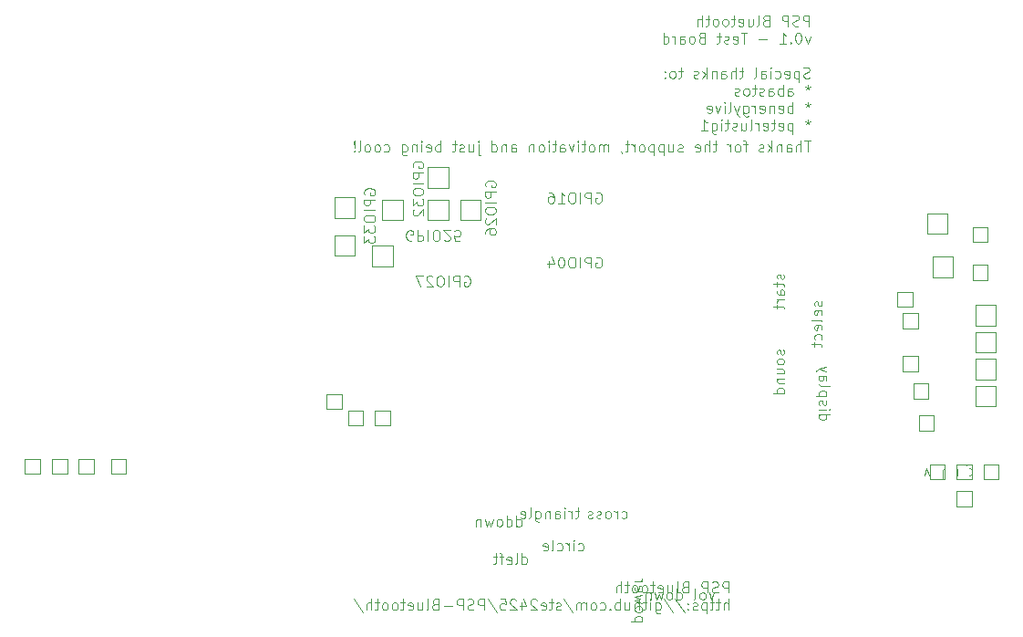
<source format=gbr>
%TF.GenerationSoftware,KiCad,Pcbnew,8.0.4*%
%TF.CreationDate,2024-09-05T22:12:39+01:00*%
%TF.ProjectId,esp32,65737033-322e-46b6-9963-61645f706362,rev?*%
%TF.SameCoordinates,Original*%
%TF.FileFunction,Legend,Bot*%
%TF.FilePolarity,Positive*%
%FSLAX46Y46*%
G04 Gerber Fmt 4.6, Leading zero omitted, Abs format (unit mm)*
G04 Created by KiCad (PCBNEW 8.0.4) date 2024-09-05 22:12:39*
%MOMM*%
%LPD*%
G01*
G04 APERTURE LIST*
%ADD10C,0.100000*%
%ADD11C,0.120000*%
%ADD12C,1.300000*%
%ADD13O,1.300000X1.800000*%
%ADD14R,1.000000X1.000000*%
%ADD15R,1.500000X1.500000*%
G04 APERTURE END LIST*
D10*
X145258449Y-124155434D02*
X144877497Y-124155434D01*
X145115592Y-123822101D02*
X145115592Y-124679243D01*
X145115592Y-124679243D02*
X145067973Y-124774482D01*
X145067973Y-124774482D02*
X144972735Y-124822101D01*
X144972735Y-124822101D02*
X144877497Y-124822101D01*
X144544163Y-124822101D02*
X144544163Y-124155434D01*
X144544163Y-124345910D02*
X144496544Y-124250672D01*
X144496544Y-124250672D02*
X144448925Y-124203053D01*
X144448925Y-124203053D02*
X144353687Y-124155434D01*
X144353687Y-124155434D02*
X144258449Y-124155434D01*
X143925115Y-124822101D02*
X143925115Y-124155434D01*
X143925115Y-123822101D02*
X143972734Y-123869720D01*
X143972734Y-123869720D02*
X143925115Y-123917339D01*
X143925115Y-123917339D02*
X143877496Y-123869720D01*
X143877496Y-123869720D02*
X143925115Y-123822101D01*
X143925115Y-123822101D02*
X143925115Y-123917339D01*
X143020354Y-124822101D02*
X143020354Y-124298291D01*
X143020354Y-124298291D02*
X143067973Y-124203053D01*
X143067973Y-124203053D02*
X143163211Y-124155434D01*
X143163211Y-124155434D02*
X143353687Y-124155434D01*
X143353687Y-124155434D02*
X143448925Y-124203053D01*
X143020354Y-124774482D02*
X143115592Y-124822101D01*
X143115592Y-124822101D02*
X143353687Y-124822101D01*
X143353687Y-124822101D02*
X143448925Y-124774482D01*
X143448925Y-124774482D02*
X143496544Y-124679243D01*
X143496544Y-124679243D02*
X143496544Y-124584005D01*
X143496544Y-124584005D02*
X143448925Y-124488767D01*
X143448925Y-124488767D02*
X143353687Y-124441148D01*
X143353687Y-124441148D02*
X143115592Y-124441148D01*
X143115592Y-124441148D02*
X143020354Y-124393529D01*
X142544163Y-124155434D02*
X142544163Y-124822101D01*
X142544163Y-124250672D02*
X142496544Y-124203053D01*
X142496544Y-124203053D02*
X142401306Y-124155434D01*
X142401306Y-124155434D02*
X142258449Y-124155434D01*
X142258449Y-124155434D02*
X142163211Y-124203053D01*
X142163211Y-124203053D02*
X142115592Y-124298291D01*
X142115592Y-124298291D02*
X142115592Y-124822101D01*
X141210830Y-124155434D02*
X141210830Y-124964958D01*
X141210830Y-124964958D02*
X141258449Y-125060196D01*
X141258449Y-125060196D02*
X141306068Y-125107815D01*
X141306068Y-125107815D02*
X141401306Y-125155434D01*
X141401306Y-125155434D02*
X141544163Y-125155434D01*
X141544163Y-125155434D02*
X141639401Y-125107815D01*
X141210830Y-124774482D02*
X141306068Y-124822101D01*
X141306068Y-124822101D02*
X141496544Y-124822101D01*
X141496544Y-124822101D02*
X141591782Y-124774482D01*
X141591782Y-124774482D02*
X141639401Y-124726862D01*
X141639401Y-124726862D02*
X141687020Y-124631624D01*
X141687020Y-124631624D02*
X141687020Y-124345910D01*
X141687020Y-124345910D02*
X141639401Y-124250672D01*
X141639401Y-124250672D02*
X141591782Y-124203053D01*
X141591782Y-124203053D02*
X141496544Y-124155434D01*
X141496544Y-124155434D02*
X141306068Y-124155434D01*
X141306068Y-124155434D02*
X141210830Y-124203053D01*
X140591782Y-124822101D02*
X140687020Y-124774482D01*
X140687020Y-124774482D02*
X140734639Y-124679243D01*
X140734639Y-124679243D02*
X140734639Y-123822101D01*
X139829877Y-124774482D02*
X139925115Y-124822101D01*
X139925115Y-124822101D02*
X140115591Y-124822101D01*
X140115591Y-124822101D02*
X140210829Y-124774482D01*
X140210829Y-124774482D02*
X140258448Y-124679243D01*
X140258448Y-124679243D02*
X140258448Y-124298291D01*
X140258448Y-124298291D02*
X140210829Y-124203053D01*
X140210829Y-124203053D02*
X140115591Y-124155434D01*
X140115591Y-124155434D02*
X139925115Y-124155434D01*
X139925115Y-124155434D02*
X139829877Y-124203053D01*
X139829877Y-124203053D02*
X139782258Y-124298291D01*
X139782258Y-124298291D02*
X139782258Y-124393529D01*
X139782258Y-124393529D02*
X140258448Y-124488767D01*
X164244277Y-102205947D02*
X164291896Y-102301185D01*
X164291896Y-102301185D02*
X164291896Y-102491661D01*
X164291896Y-102491661D02*
X164244277Y-102586899D01*
X164244277Y-102586899D02*
X164149038Y-102634518D01*
X164149038Y-102634518D02*
X164101419Y-102634518D01*
X164101419Y-102634518D02*
X164006181Y-102586899D01*
X164006181Y-102586899D02*
X163958562Y-102491661D01*
X163958562Y-102491661D02*
X163958562Y-102348804D01*
X163958562Y-102348804D02*
X163910943Y-102253566D01*
X163910943Y-102253566D02*
X163815705Y-102205947D01*
X163815705Y-102205947D02*
X163768086Y-102205947D01*
X163768086Y-102205947D02*
X163672848Y-102253566D01*
X163672848Y-102253566D02*
X163625229Y-102348804D01*
X163625229Y-102348804D02*
X163625229Y-102491661D01*
X163625229Y-102491661D02*
X163672848Y-102586899D01*
X163625229Y-102920233D02*
X163625229Y-103301185D01*
X163291896Y-103063090D02*
X164149038Y-103063090D01*
X164149038Y-103063090D02*
X164244277Y-103110709D01*
X164244277Y-103110709D02*
X164291896Y-103205947D01*
X164291896Y-103205947D02*
X164291896Y-103301185D01*
X164291896Y-104063090D02*
X163768086Y-104063090D01*
X163768086Y-104063090D02*
X163672848Y-104015471D01*
X163672848Y-104015471D02*
X163625229Y-103920233D01*
X163625229Y-103920233D02*
X163625229Y-103729757D01*
X163625229Y-103729757D02*
X163672848Y-103634519D01*
X164244277Y-104063090D02*
X164291896Y-103967852D01*
X164291896Y-103967852D02*
X164291896Y-103729757D01*
X164291896Y-103729757D02*
X164244277Y-103634519D01*
X164244277Y-103634519D02*
X164149038Y-103586900D01*
X164149038Y-103586900D02*
X164053800Y-103586900D01*
X164053800Y-103586900D02*
X163958562Y-103634519D01*
X163958562Y-103634519D02*
X163910943Y-103729757D01*
X163910943Y-103729757D02*
X163910943Y-103967852D01*
X163910943Y-103967852D02*
X163863324Y-104063090D01*
X164291896Y-104539281D02*
X163625229Y-104539281D01*
X163815705Y-104539281D02*
X163720467Y-104586900D01*
X163720467Y-104586900D02*
X163672848Y-104634519D01*
X163672848Y-104634519D02*
X163625229Y-104729757D01*
X163625229Y-104729757D02*
X163625229Y-104824995D01*
X163625229Y-105015472D02*
X163625229Y-105396424D01*
X163291896Y-105158329D02*
X164149038Y-105158329D01*
X164149038Y-105158329D02*
X164244277Y-105205948D01*
X164244277Y-105205948D02*
X164291896Y-105301186D01*
X164291896Y-105301186D02*
X164291896Y-105396424D01*
X139437085Y-125572037D02*
X139437085Y-124572037D01*
X139437085Y-125524418D02*
X139532323Y-125572037D01*
X139532323Y-125572037D02*
X139722799Y-125572037D01*
X139722799Y-125572037D02*
X139818037Y-125524418D01*
X139818037Y-125524418D02*
X139865656Y-125476798D01*
X139865656Y-125476798D02*
X139913275Y-125381560D01*
X139913275Y-125381560D02*
X139913275Y-125095846D01*
X139913275Y-125095846D02*
X139865656Y-125000608D01*
X139865656Y-125000608D02*
X139818037Y-124952989D01*
X139818037Y-124952989D02*
X139722799Y-124905370D01*
X139722799Y-124905370D02*
X139532323Y-124905370D01*
X139532323Y-124905370D02*
X139437085Y-124952989D01*
X138532323Y-125572037D02*
X138532323Y-124572037D01*
X138532323Y-125524418D02*
X138627561Y-125572037D01*
X138627561Y-125572037D02*
X138818037Y-125572037D01*
X138818037Y-125572037D02*
X138913275Y-125524418D01*
X138913275Y-125524418D02*
X138960894Y-125476798D01*
X138960894Y-125476798D02*
X139008513Y-125381560D01*
X139008513Y-125381560D02*
X139008513Y-125095846D01*
X139008513Y-125095846D02*
X138960894Y-125000608D01*
X138960894Y-125000608D02*
X138913275Y-124952989D01*
X138913275Y-124952989D02*
X138818037Y-124905370D01*
X138818037Y-124905370D02*
X138627561Y-124905370D01*
X138627561Y-124905370D02*
X138532323Y-124952989D01*
X137913275Y-125572037D02*
X138008513Y-125524418D01*
X138008513Y-125524418D02*
X138056132Y-125476798D01*
X138056132Y-125476798D02*
X138103751Y-125381560D01*
X138103751Y-125381560D02*
X138103751Y-125095846D01*
X138103751Y-125095846D02*
X138056132Y-125000608D01*
X138056132Y-125000608D02*
X138008513Y-124952989D01*
X138008513Y-124952989D02*
X137913275Y-124905370D01*
X137913275Y-124905370D02*
X137770418Y-124905370D01*
X137770418Y-124905370D02*
X137675180Y-124952989D01*
X137675180Y-124952989D02*
X137627561Y-125000608D01*
X137627561Y-125000608D02*
X137579942Y-125095846D01*
X137579942Y-125095846D02*
X137579942Y-125381560D01*
X137579942Y-125381560D02*
X137627561Y-125476798D01*
X137627561Y-125476798D02*
X137675180Y-125524418D01*
X137675180Y-125524418D02*
X137770418Y-125572037D01*
X137770418Y-125572037D02*
X137913275Y-125572037D01*
X137246608Y-124905370D02*
X137056132Y-125572037D01*
X137056132Y-125572037D02*
X136865656Y-125095846D01*
X136865656Y-125095846D02*
X136675180Y-125572037D01*
X136675180Y-125572037D02*
X136484704Y-124905370D01*
X136103751Y-124905370D02*
X136103751Y-125572037D01*
X136103751Y-125000608D02*
X136056132Y-124952989D01*
X136056132Y-124952989D02*
X135960894Y-124905370D01*
X135960894Y-124905370D02*
X135818037Y-124905370D01*
X135818037Y-124905370D02*
X135722799Y-124952989D01*
X135722799Y-124952989D02*
X135675180Y-125048227D01*
X135675180Y-125048227D02*
X135675180Y-125572037D01*
X146827120Y-100629690D02*
X146922358Y-100582071D01*
X146922358Y-100582071D02*
X147065215Y-100582071D01*
X147065215Y-100582071D02*
X147208072Y-100629690D01*
X147208072Y-100629690D02*
X147303310Y-100724928D01*
X147303310Y-100724928D02*
X147350929Y-100820166D01*
X147350929Y-100820166D02*
X147398548Y-101010642D01*
X147398548Y-101010642D02*
X147398548Y-101153499D01*
X147398548Y-101153499D02*
X147350929Y-101343975D01*
X147350929Y-101343975D02*
X147303310Y-101439213D01*
X147303310Y-101439213D02*
X147208072Y-101534452D01*
X147208072Y-101534452D02*
X147065215Y-101582071D01*
X147065215Y-101582071D02*
X146969977Y-101582071D01*
X146969977Y-101582071D02*
X146827120Y-101534452D01*
X146827120Y-101534452D02*
X146779501Y-101486832D01*
X146779501Y-101486832D02*
X146779501Y-101153499D01*
X146779501Y-101153499D02*
X146969977Y-101153499D01*
X146350929Y-101582071D02*
X146350929Y-100582071D01*
X146350929Y-100582071D02*
X145969977Y-100582071D01*
X145969977Y-100582071D02*
X145874739Y-100629690D01*
X145874739Y-100629690D02*
X145827120Y-100677309D01*
X145827120Y-100677309D02*
X145779501Y-100772547D01*
X145779501Y-100772547D02*
X145779501Y-100915404D01*
X145779501Y-100915404D02*
X145827120Y-101010642D01*
X145827120Y-101010642D02*
X145874739Y-101058261D01*
X145874739Y-101058261D02*
X145969977Y-101105880D01*
X145969977Y-101105880D02*
X146350929Y-101105880D01*
X145350929Y-101582071D02*
X145350929Y-100582071D01*
X144684263Y-100582071D02*
X144493787Y-100582071D01*
X144493787Y-100582071D02*
X144398549Y-100629690D01*
X144398549Y-100629690D02*
X144303311Y-100724928D01*
X144303311Y-100724928D02*
X144255692Y-100915404D01*
X144255692Y-100915404D02*
X144255692Y-101248737D01*
X144255692Y-101248737D02*
X144303311Y-101439213D01*
X144303311Y-101439213D02*
X144398549Y-101534452D01*
X144398549Y-101534452D02*
X144493787Y-101582071D01*
X144493787Y-101582071D02*
X144684263Y-101582071D01*
X144684263Y-101582071D02*
X144779501Y-101534452D01*
X144779501Y-101534452D02*
X144874739Y-101439213D01*
X144874739Y-101439213D02*
X144922358Y-101248737D01*
X144922358Y-101248737D02*
X144922358Y-100915404D01*
X144922358Y-100915404D02*
X144874739Y-100724928D01*
X144874739Y-100724928D02*
X144779501Y-100629690D01*
X144779501Y-100629690D02*
X144684263Y-100582071D01*
X143636644Y-100582071D02*
X143541406Y-100582071D01*
X143541406Y-100582071D02*
X143446168Y-100629690D01*
X143446168Y-100629690D02*
X143398549Y-100677309D01*
X143398549Y-100677309D02*
X143350930Y-100772547D01*
X143350930Y-100772547D02*
X143303311Y-100963023D01*
X143303311Y-100963023D02*
X143303311Y-101201118D01*
X143303311Y-101201118D02*
X143350930Y-101391594D01*
X143350930Y-101391594D02*
X143398549Y-101486832D01*
X143398549Y-101486832D02*
X143446168Y-101534452D01*
X143446168Y-101534452D02*
X143541406Y-101582071D01*
X143541406Y-101582071D02*
X143636644Y-101582071D01*
X143636644Y-101582071D02*
X143731882Y-101534452D01*
X143731882Y-101534452D02*
X143779501Y-101486832D01*
X143779501Y-101486832D02*
X143827120Y-101391594D01*
X143827120Y-101391594D02*
X143874739Y-101201118D01*
X143874739Y-101201118D02*
X143874739Y-100963023D01*
X143874739Y-100963023D02*
X143827120Y-100772547D01*
X143827120Y-100772547D02*
X143779501Y-100677309D01*
X143779501Y-100677309D02*
X143731882Y-100629690D01*
X143731882Y-100629690D02*
X143636644Y-100582071D01*
X142446168Y-100915404D02*
X142446168Y-101582071D01*
X142684263Y-100534452D02*
X142922358Y-101248737D01*
X142922358Y-101248737D02*
X142303311Y-101248737D01*
X177289169Y-120844565D02*
X177527264Y-120177898D01*
X177527264Y-120177898D02*
X177765359Y-120844565D01*
X178289169Y-120177898D02*
X178193931Y-120225518D01*
X178193931Y-120225518D02*
X178146312Y-120273137D01*
X178146312Y-120273137D02*
X178098693Y-120368375D01*
X178098693Y-120368375D02*
X178098693Y-120654089D01*
X178098693Y-120654089D02*
X178146312Y-120749327D01*
X178146312Y-120749327D02*
X178193931Y-120796946D01*
X178193931Y-120796946D02*
X178289169Y-120844565D01*
X178289169Y-120844565D02*
X178432026Y-120844565D01*
X178432026Y-120844565D02*
X178527264Y-120796946D01*
X178527264Y-120796946D02*
X178574883Y-120749327D01*
X178574883Y-120749327D02*
X178622502Y-120654089D01*
X178622502Y-120654089D02*
X178622502Y-120368375D01*
X178622502Y-120368375D02*
X178574883Y-120273137D01*
X178574883Y-120273137D02*
X178527264Y-120225518D01*
X178527264Y-120225518D02*
X178432026Y-120177898D01*
X178432026Y-120177898D02*
X178289169Y-120177898D01*
X179193931Y-120177898D02*
X179098693Y-120225518D01*
X179098693Y-120225518D02*
X179051074Y-120320756D01*
X179051074Y-120320756D02*
X179051074Y-121177898D01*
X180765360Y-120844565D02*
X180765360Y-120177898D01*
X180336789Y-120844565D02*
X180336789Y-120320756D01*
X180336789Y-120320756D02*
X180384408Y-120225518D01*
X180384408Y-120225518D02*
X180479646Y-120177898D01*
X180479646Y-120177898D02*
X180622503Y-120177898D01*
X180622503Y-120177898D02*
X180717741Y-120225518D01*
X180717741Y-120225518D02*
X180765360Y-120273137D01*
X181241551Y-120844565D02*
X181241551Y-119844565D01*
X181241551Y-120796946D02*
X181336789Y-120844565D01*
X181336789Y-120844565D02*
X181527265Y-120844565D01*
X181527265Y-120844565D02*
X181622503Y-120796946D01*
X181622503Y-120796946D02*
X181670122Y-120749327D01*
X181670122Y-120749327D02*
X181717741Y-120654089D01*
X181717741Y-120654089D02*
X181717741Y-120368375D01*
X181717741Y-120368375D02*
X181670122Y-120273137D01*
X181670122Y-120273137D02*
X181622503Y-120225518D01*
X181622503Y-120225518D02*
X181527265Y-120177898D01*
X181527265Y-120177898D02*
X181336789Y-120177898D01*
X181336789Y-120177898D02*
X181241551Y-120225518D01*
X151104535Y-134380255D02*
X150104535Y-134380255D01*
X151056916Y-134380255D02*
X151104535Y-134285017D01*
X151104535Y-134285017D02*
X151104535Y-134094541D01*
X151104535Y-134094541D02*
X151056916Y-133999303D01*
X151056916Y-133999303D02*
X151009297Y-133951684D01*
X151009297Y-133951684D02*
X150914059Y-133904065D01*
X150914059Y-133904065D02*
X150628345Y-133904065D01*
X150628345Y-133904065D02*
X150533107Y-133951684D01*
X150533107Y-133951684D02*
X150485488Y-133999303D01*
X150485488Y-133999303D02*
X150437868Y-134094541D01*
X150437868Y-134094541D02*
X150437868Y-134285017D01*
X150437868Y-134285017D02*
X150485488Y-134380255D01*
X150437868Y-133332636D02*
X150485488Y-133427874D01*
X150485488Y-133427874D02*
X150533107Y-133475493D01*
X150533107Y-133475493D02*
X150628345Y-133523112D01*
X150628345Y-133523112D02*
X150914059Y-133523112D01*
X150914059Y-133523112D02*
X151009297Y-133475493D01*
X151009297Y-133475493D02*
X151056916Y-133427874D01*
X151056916Y-133427874D02*
X151104535Y-133332636D01*
X151104535Y-133332636D02*
X151104535Y-133189779D01*
X151104535Y-133189779D02*
X151056916Y-133094541D01*
X151056916Y-133094541D02*
X151009297Y-133046922D01*
X151009297Y-133046922D02*
X150914059Y-132999303D01*
X150914059Y-132999303D02*
X150628345Y-132999303D01*
X150628345Y-132999303D02*
X150533107Y-133046922D01*
X150533107Y-133046922D02*
X150485488Y-133094541D01*
X150485488Y-133094541D02*
X150437868Y-133189779D01*
X150437868Y-133189779D02*
X150437868Y-133332636D01*
X151104535Y-132665969D02*
X150437868Y-132475493D01*
X150437868Y-132475493D02*
X150914059Y-132285017D01*
X150914059Y-132285017D02*
X150437868Y-132094541D01*
X150437868Y-132094541D02*
X151104535Y-131904065D01*
X150485488Y-131142160D02*
X150437868Y-131237398D01*
X150437868Y-131237398D02*
X150437868Y-131427874D01*
X150437868Y-131427874D02*
X150485488Y-131523112D01*
X150485488Y-131523112D02*
X150580726Y-131570731D01*
X150580726Y-131570731D02*
X150961678Y-131570731D01*
X150961678Y-131570731D02*
X151056916Y-131523112D01*
X151056916Y-131523112D02*
X151104535Y-131427874D01*
X151104535Y-131427874D02*
X151104535Y-131237398D01*
X151104535Y-131237398D02*
X151056916Y-131142160D01*
X151056916Y-131142160D02*
X150961678Y-131094541D01*
X150961678Y-131094541D02*
X150866440Y-131094541D01*
X150866440Y-131094541D02*
X150771202Y-131570731D01*
X150437868Y-130665969D02*
X151104535Y-130665969D01*
X150914059Y-130665969D02*
X151009297Y-130618350D01*
X151009297Y-130618350D02*
X151056916Y-130570731D01*
X151056916Y-130570731D02*
X151104535Y-130475493D01*
X151104535Y-130475493D02*
X151104535Y-130380255D01*
X167547057Y-115217226D02*
X168547057Y-115217226D01*
X167594677Y-115217226D02*
X167547057Y-115312464D01*
X167547057Y-115312464D02*
X167547057Y-115502940D01*
X167547057Y-115502940D02*
X167594677Y-115598178D01*
X167594677Y-115598178D02*
X167642296Y-115645797D01*
X167642296Y-115645797D02*
X167737534Y-115693416D01*
X167737534Y-115693416D02*
X168023248Y-115693416D01*
X168023248Y-115693416D02*
X168118486Y-115645797D01*
X168118486Y-115645797D02*
X168166105Y-115598178D01*
X168166105Y-115598178D02*
X168213724Y-115502940D01*
X168213724Y-115502940D02*
X168213724Y-115312464D01*
X168213724Y-115312464D02*
X168166105Y-115217226D01*
X167547057Y-114741035D02*
X168213724Y-114741035D01*
X168547057Y-114741035D02*
X168499438Y-114788654D01*
X168499438Y-114788654D02*
X168451819Y-114741035D01*
X168451819Y-114741035D02*
X168499438Y-114693416D01*
X168499438Y-114693416D02*
X168547057Y-114741035D01*
X168547057Y-114741035D02*
X168451819Y-114741035D01*
X167594677Y-114312464D02*
X167547057Y-114217226D01*
X167547057Y-114217226D02*
X167547057Y-114026750D01*
X167547057Y-114026750D02*
X167594677Y-113931512D01*
X167594677Y-113931512D02*
X167689915Y-113883893D01*
X167689915Y-113883893D02*
X167737534Y-113883893D01*
X167737534Y-113883893D02*
X167832772Y-113931512D01*
X167832772Y-113931512D02*
X167880391Y-114026750D01*
X167880391Y-114026750D02*
X167880391Y-114169607D01*
X167880391Y-114169607D02*
X167928010Y-114264845D01*
X167928010Y-114264845D02*
X168023248Y-114312464D01*
X168023248Y-114312464D02*
X168070867Y-114312464D01*
X168070867Y-114312464D02*
X168166105Y-114264845D01*
X168166105Y-114264845D02*
X168213724Y-114169607D01*
X168213724Y-114169607D02*
X168213724Y-114026750D01*
X168213724Y-114026750D02*
X168166105Y-113931512D01*
X168213724Y-113455321D02*
X167213724Y-113455321D01*
X168166105Y-113455321D02*
X168213724Y-113360083D01*
X168213724Y-113360083D02*
X168213724Y-113169607D01*
X168213724Y-113169607D02*
X168166105Y-113074369D01*
X168166105Y-113074369D02*
X168118486Y-113026750D01*
X168118486Y-113026750D02*
X168023248Y-112979131D01*
X168023248Y-112979131D02*
X167737534Y-112979131D01*
X167737534Y-112979131D02*
X167642296Y-113026750D01*
X167642296Y-113026750D02*
X167594677Y-113074369D01*
X167594677Y-113074369D02*
X167547057Y-113169607D01*
X167547057Y-113169607D02*
X167547057Y-113360083D01*
X167547057Y-113360083D02*
X167594677Y-113455321D01*
X167547057Y-112407702D02*
X167594677Y-112502940D01*
X167594677Y-112502940D02*
X167689915Y-112550559D01*
X167689915Y-112550559D02*
X168547057Y-112550559D01*
X167547057Y-111598178D02*
X168070867Y-111598178D01*
X168070867Y-111598178D02*
X168166105Y-111645797D01*
X168166105Y-111645797D02*
X168213724Y-111741035D01*
X168213724Y-111741035D02*
X168213724Y-111931511D01*
X168213724Y-111931511D02*
X168166105Y-112026749D01*
X167594677Y-111598178D02*
X167547057Y-111693416D01*
X167547057Y-111693416D02*
X167547057Y-111931511D01*
X167547057Y-111931511D02*
X167594677Y-112026749D01*
X167594677Y-112026749D02*
X167689915Y-112074368D01*
X167689915Y-112074368D02*
X167785153Y-112074368D01*
X167785153Y-112074368D02*
X167880391Y-112026749D01*
X167880391Y-112026749D02*
X167928010Y-111931511D01*
X167928010Y-111931511D02*
X167928010Y-111693416D01*
X167928010Y-111693416D02*
X167975629Y-111598178D01*
X168213724Y-111217225D02*
X167547057Y-110979130D01*
X168213724Y-110741035D02*
X167547057Y-110979130D01*
X167547057Y-110979130D02*
X167308962Y-111074368D01*
X167308962Y-111074368D02*
X167261343Y-111121987D01*
X167261343Y-111121987D02*
X167213724Y-111217225D01*
X149187021Y-124774482D02*
X149282259Y-124822101D01*
X149282259Y-124822101D02*
X149472735Y-124822101D01*
X149472735Y-124822101D02*
X149567973Y-124774482D01*
X149567973Y-124774482D02*
X149615592Y-124726862D01*
X149615592Y-124726862D02*
X149663211Y-124631624D01*
X149663211Y-124631624D02*
X149663211Y-124345910D01*
X149663211Y-124345910D02*
X149615592Y-124250672D01*
X149615592Y-124250672D02*
X149567973Y-124203053D01*
X149567973Y-124203053D02*
X149472735Y-124155434D01*
X149472735Y-124155434D02*
X149282259Y-124155434D01*
X149282259Y-124155434D02*
X149187021Y-124203053D01*
X148758449Y-124822101D02*
X148758449Y-124155434D01*
X148758449Y-124345910D02*
X148710830Y-124250672D01*
X148710830Y-124250672D02*
X148663211Y-124203053D01*
X148663211Y-124203053D02*
X148567973Y-124155434D01*
X148567973Y-124155434D02*
X148472735Y-124155434D01*
X147996544Y-124822101D02*
X148091782Y-124774482D01*
X148091782Y-124774482D02*
X148139401Y-124726862D01*
X148139401Y-124726862D02*
X148187020Y-124631624D01*
X148187020Y-124631624D02*
X148187020Y-124345910D01*
X148187020Y-124345910D02*
X148139401Y-124250672D01*
X148139401Y-124250672D02*
X148091782Y-124203053D01*
X148091782Y-124203053D02*
X147996544Y-124155434D01*
X147996544Y-124155434D02*
X147853687Y-124155434D01*
X147853687Y-124155434D02*
X147758449Y-124203053D01*
X147758449Y-124203053D02*
X147710830Y-124250672D01*
X147710830Y-124250672D02*
X147663211Y-124345910D01*
X147663211Y-124345910D02*
X147663211Y-124631624D01*
X147663211Y-124631624D02*
X147710830Y-124726862D01*
X147710830Y-124726862D02*
X147758449Y-124774482D01*
X147758449Y-124774482D02*
X147853687Y-124822101D01*
X147853687Y-124822101D02*
X147996544Y-124822101D01*
X147282258Y-124774482D02*
X147187020Y-124822101D01*
X147187020Y-124822101D02*
X146996544Y-124822101D01*
X146996544Y-124822101D02*
X146901306Y-124774482D01*
X146901306Y-124774482D02*
X146853687Y-124679243D01*
X146853687Y-124679243D02*
X146853687Y-124631624D01*
X146853687Y-124631624D02*
X146901306Y-124536386D01*
X146901306Y-124536386D02*
X146996544Y-124488767D01*
X146996544Y-124488767D02*
X147139401Y-124488767D01*
X147139401Y-124488767D02*
X147234639Y-124441148D01*
X147234639Y-124441148D02*
X147282258Y-124345910D01*
X147282258Y-124345910D02*
X147282258Y-124298291D01*
X147282258Y-124298291D02*
X147234639Y-124203053D01*
X147234639Y-124203053D02*
X147139401Y-124155434D01*
X147139401Y-124155434D02*
X146996544Y-124155434D01*
X146996544Y-124155434D02*
X146901306Y-124203053D01*
X146472734Y-124774482D02*
X146377496Y-124822101D01*
X146377496Y-124822101D02*
X146187020Y-124822101D01*
X146187020Y-124822101D02*
X146091782Y-124774482D01*
X146091782Y-124774482D02*
X146044163Y-124679243D01*
X146044163Y-124679243D02*
X146044163Y-124631624D01*
X146044163Y-124631624D02*
X146091782Y-124536386D01*
X146091782Y-124536386D02*
X146187020Y-124488767D01*
X146187020Y-124488767D02*
X146329877Y-124488767D01*
X146329877Y-124488767D02*
X146425115Y-124441148D01*
X146425115Y-124441148D02*
X146472734Y-124345910D01*
X146472734Y-124345910D02*
X146472734Y-124298291D01*
X146472734Y-124298291D02*
X146425115Y-124203053D01*
X146425115Y-124203053D02*
X146329877Y-124155434D01*
X146329877Y-124155434D02*
X146187020Y-124155434D01*
X146187020Y-124155434D02*
X146091782Y-124203053D01*
X125339515Y-94777375D02*
X125291896Y-94682137D01*
X125291896Y-94682137D02*
X125291896Y-94539280D01*
X125291896Y-94539280D02*
X125339515Y-94396423D01*
X125339515Y-94396423D02*
X125434753Y-94301185D01*
X125434753Y-94301185D02*
X125529991Y-94253566D01*
X125529991Y-94253566D02*
X125720467Y-94205947D01*
X125720467Y-94205947D02*
X125863324Y-94205947D01*
X125863324Y-94205947D02*
X126053800Y-94253566D01*
X126053800Y-94253566D02*
X126149038Y-94301185D01*
X126149038Y-94301185D02*
X126244277Y-94396423D01*
X126244277Y-94396423D02*
X126291896Y-94539280D01*
X126291896Y-94539280D02*
X126291896Y-94634518D01*
X126291896Y-94634518D02*
X126244277Y-94777375D01*
X126244277Y-94777375D02*
X126196657Y-94824994D01*
X126196657Y-94824994D02*
X125863324Y-94824994D01*
X125863324Y-94824994D02*
X125863324Y-94634518D01*
X126291896Y-95253566D02*
X125291896Y-95253566D01*
X125291896Y-95253566D02*
X125291896Y-95634518D01*
X125291896Y-95634518D02*
X125339515Y-95729756D01*
X125339515Y-95729756D02*
X125387134Y-95777375D01*
X125387134Y-95777375D02*
X125482372Y-95824994D01*
X125482372Y-95824994D02*
X125625229Y-95824994D01*
X125625229Y-95824994D02*
X125720467Y-95777375D01*
X125720467Y-95777375D02*
X125768086Y-95729756D01*
X125768086Y-95729756D02*
X125815705Y-95634518D01*
X125815705Y-95634518D02*
X125815705Y-95253566D01*
X126291896Y-96253566D02*
X125291896Y-96253566D01*
X125291896Y-96920232D02*
X125291896Y-97110708D01*
X125291896Y-97110708D02*
X125339515Y-97205946D01*
X125339515Y-97205946D02*
X125434753Y-97301184D01*
X125434753Y-97301184D02*
X125625229Y-97348803D01*
X125625229Y-97348803D02*
X125958562Y-97348803D01*
X125958562Y-97348803D02*
X126149038Y-97301184D01*
X126149038Y-97301184D02*
X126244277Y-97205946D01*
X126244277Y-97205946D02*
X126291896Y-97110708D01*
X126291896Y-97110708D02*
X126291896Y-96920232D01*
X126291896Y-96920232D02*
X126244277Y-96824994D01*
X126244277Y-96824994D02*
X126149038Y-96729756D01*
X126149038Y-96729756D02*
X125958562Y-96682137D01*
X125958562Y-96682137D02*
X125625229Y-96682137D01*
X125625229Y-96682137D02*
X125434753Y-96729756D01*
X125434753Y-96729756D02*
X125339515Y-96824994D01*
X125339515Y-96824994D02*
X125291896Y-96920232D01*
X125291896Y-97682137D02*
X125291896Y-98301184D01*
X125291896Y-98301184D02*
X125672848Y-97967851D01*
X125672848Y-97967851D02*
X125672848Y-98110708D01*
X125672848Y-98110708D02*
X125720467Y-98205946D01*
X125720467Y-98205946D02*
X125768086Y-98253565D01*
X125768086Y-98253565D02*
X125863324Y-98301184D01*
X125863324Y-98301184D02*
X126101419Y-98301184D01*
X126101419Y-98301184D02*
X126196657Y-98253565D01*
X126196657Y-98253565D02*
X126244277Y-98205946D01*
X126244277Y-98205946D02*
X126291896Y-98110708D01*
X126291896Y-98110708D02*
X126291896Y-97824994D01*
X126291896Y-97824994D02*
X126244277Y-97729756D01*
X126244277Y-97729756D02*
X126196657Y-97682137D01*
X125291896Y-98634518D02*
X125291896Y-99253565D01*
X125291896Y-99253565D02*
X125672848Y-98920232D01*
X125672848Y-98920232D02*
X125672848Y-99063089D01*
X125672848Y-99063089D02*
X125720467Y-99158327D01*
X125720467Y-99158327D02*
X125768086Y-99205946D01*
X125768086Y-99205946D02*
X125863324Y-99253565D01*
X125863324Y-99253565D02*
X126101419Y-99253565D01*
X126101419Y-99253565D02*
X126196657Y-99205946D01*
X126196657Y-99205946D02*
X126244277Y-99158327D01*
X126244277Y-99158327D02*
X126291896Y-99063089D01*
X126291896Y-99063089D02*
X126291896Y-98777375D01*
X126291896Y-98777375D02*
X126244277Y-98682137D01*
X126244277Y-98682137D02*
X126196657Y-98634518D01*
X166615592Y-79162437D02*
X166615592Y-78162437D01*
X166615592Y-78162437D02*
X166234640Y-78162437D01*
X166234640Y-78162437D02*
X166139402Y-78210056D01*
X166139402Y-78210056D02*
X166091783Y-78257675D01*
X166091783Y-78257675D02*
X166044164Y-78352913D01*
X166044164Y-78352913D02*
X166044164Y-78495770D01*
X166044164Y-78495770D02*
X166091783Y-78591008D01*
X166091783Y-78591008D02*
X166139402Y-78638627D01*
X166139402Y-78638627D02*
X166234640Y-78686246D01*
X166234640Y-78686246D02*
X166615592Y-78686246D01*
X165663211Y-79114818D02*
X165520354Y-79162437D01*
X165520354Y-79162437D02*
X165282259Y-79162437D01*
X165282259Y-79162437D02*
X165187021Y-79114818D01*
X165187021Y-79114818D02*
X165139402Y-79067198D01*
X165139402Y-79067198D02*
X165091783Y-78971960D01*
X165091783Y-78971960D02*
X165091783Y-78876722D01*
X165091783Y-78876722D02*
X165139402Y-78781484D01*
X165139402Y-78781484D02*
X165187021Y-78733865D01*
X165187021Y-78733865D02*
X165282259Y-78686246D01*
X165282259Y-78686246D02*
X165472735Y-78638627D01*
X165472735Y-78638627D02*
X165567973Y-78591008D01*
X165567973Y-78591008D02*
X165615592Y-78543389D01*
X165615592Y-78543389D02*
X165663211Y-78448151D01*
X165663211Y-78448151D02*
X165663211Y-78352913D01*
X165663211Y-78352913D02*
X165615592Y-78257675D01*
X165615592Y-78257675D02*
X165567973Y-78210056D01*
X165567973Y-78210056D02*
X165472735Y-78162437D01*
X165472735Y-78162437D02*
X165234640Y-78162437D01*
X165234640Y-78162437D02*
X165091783Y-78210056D01*
X164663211Y-79162437D02*
X164663211Y-78162437D01*
X164663211Y-78162437D02*
X164282259Y-78162437D01*
X164282259Y-78162437D02*
X164187021Y-78210056D01*
X164187021Y-78210056D02*
X164139402Y-78257675D01*
X164139402Y-78257675D02*
X164091783Y-78352913D01*
X164091783Y-78352913D02*
X164091783Y-78495770D01*
X164091783Y-78495770D02*
X164139402Y-78591008D01*
X164139402Y-78591008D02*
X164187021Y-78638627D01*
X164187021Y-78638627D02*
X164282259Y-78686246D01*
X164282259Y-78686246D02*
X164663211Y-78686246D01*
X162567973Y-78638627D02*
X162425116Y-78686246D01*
X162425116Y-78686246D02*
X162377497Y-78733865D01*
X162377497Y-78733865D02*
X162329878Y-78829103D01*
X162329878Y-78829103D02*
X162329878Y-78971960D01*
X162329878Y-78971960D02*
X162377497Y-79067198D01*
X162377497Y-79067198D02*
X162425116Y-79114818D01*
X162425116Y-79114818D02*
X162520354Y-79162437D01*
X162520354Y-79162437D02*
X162901306Y-79162437D01*
X162901306Y-79162437D02*
X162901306Y-78162437D01*
X162901306Y-78162437D02*
X162567973Y-78162437D01*
X162567973Y-78162437D02*
X162472735Y-78210056D01*
X162472735Y-78210056D02*
X162425116Y-78257675D01*
X162425116Y-78257675D02*
X162377497Y-78352913D01*
X162377497Y-78352913D02*
X162377497Y-78448151D01*
X162377497Y-78448151D02*
X162425116Y-78543389D01*
X162425116Y-78543389D02*
X162472735Y-78591008D01*
X162472735Y-78591008D02*
X162567973Y-78638627D01*
X162567973Y-78638627D02*
X162901306Y-78638627D01*
X161758449Y-79162437D02*
X161853687Y-79114818D01*
X161853687Y-79114818D02*
X161901306Y-79019579D01*
X161901306Y-79019579D02*
X161901306Y-78162437D01*
X160948925Y-78495770D02*
X160948925Y-79162437D01*
X161377496Y-78495770D02*
X161377496Y-79019579D01*
X161377496Y-79019579D02*
X161329877Y-79114818D01*
X161329877Y-79114818D02*
X161234639Y-79162437D01*
X161234639Y-79162437D02*
X161091782Y-79162437D01*
X161091782Y-79162437D02*
X160996544Y-79114818D01*
X160996544Y-79114818D02*
X160948925Y-79067198D01*
X160091782Y-79114818D02*
X160187020Y-79162437D01*
X160187020Y-79162437D02*
X160377496Y-79162437D01*
X160377496Y-79162437D02*
X160472734Y-79114818D01*
X160472734Y-79114818D02*
X160520353Y-79019579D01*
X160520353Y-79019579D02*
X160520353Y-78638627D01*
X160520353Y-78638627D02*
X160472734Y-78543389D01*
X160472734Y-78543389D02*
X160377496Y-78495770D01*
X160377496Y-78495770D02*
X160187020Y-78495770D01*
X160187020Y-78495770D02*
X160091782Y-78543389D01*
X160091782Y-78543389D02*
X160044163Y-78638627D01*
X160044163Y-78638627D02*
X160044163Y-78733865D01*
X160044163Y-78733865D02*
X160520353Y-78829103D01*
X159758448Y-78495770D02*
X159377496Y-78495770D01*
X159615591Y-78162437D02*
X159615591Y-79019579D01*
X159615591Y-79019579D02*
X159567972Y-79114818D01*
X159567972Y-79114818D02*
X159472734Y-79162437D01*
X159472734Y-79162437D02*
X159377496Y-79162437D01*
X158901305Y-79162437D02*
X158996543Y-79114818D01*
X158996543Y-79114818D02*
X159044162Y-79067198D01*
X159044162Y-79067198D02*
X159091781Y-78971960D01*
X159091781Y-78971960D02*
X159091781Y-78686246D01*
X159091781Y-78686246D02*
X159044162Y-78591008D01*
X159044162Y-78591008D02*
X158996543Y-78543389D01*
X158996543Y-78543389D02*
X158901305Y-78495770D01*
X158901305Y-78495770D02*
X158758448Y-78495770D01*
X158758448Y-78495770D02*
X158663210Y-78543389D01*
X158663210Y-78543389D02*
X158615591Y-78591008D01*
X158615591Y-78591008D02*
X158567972Y-78686246D01*
X158567972Y-78686246D02*
X158567972Y-78971960D01*
X158567972Y-78971960D02*
X158615591Y-79067198D01*
X158615591Y-79067198D02*
X158663210Y-79114818D01*
X158663210Y-79114818D02*
X158758448Y-79162437D01*
X158758448Y-79162437D02*
X158901305Y-79162437D01*
X157996543Y-79162437D02*
X158091781Y-79114818D01*
X158091781Y-79114818D02*
X158139400Y-79067198D01*
X158139400Y-79067198D02*
X158187019Y-78971960D01*
X158187019Y-78971960D02*
X158187019Y-78686246D01*
X158187019Y-78686246D02*
X158139400Y-78591008D01*
X158139400Y-78591008D02*
X158091781Y-78543389D01*
X158091781Y-78543389D02*
X157996543Y-78495770D01*
X157996543Y-78495770D02*
X157853686Y-78495770D01*
X157853686Y-78495770D02*
X157758448Y-78543389D01*
X157758448Y-78543389D02*
X157710829Y-78591008D01*
X157710829Y-78591008D02*
X157663210Y-78686246D01*
X157663210Y-78686246D02*
X157663210Y-78971960D01*
X157663210Y-78971960D02*
X157710829Y-79067198D01*
X157710829Y-79067198D02*
X157758448Y-79114818D01*
X157758448Y-79114818D02*
X157853686Y-79162437D01*
X157853686Y-79162437D02*
X157996543Y-79162437D01*
X157377495Y-78495770D02*
X156996543Y-78495770D01*
X157234638Y-78162437D02*
X157234638Y-79019579D01*
X157234638Y-79019579D02*
X157187019Y-79114818D01*
X157187019Y-79114818D02*
X157091781Y-79162437D01*
X157091781Y-79162437D02*
X156996543Y-79162437D01*
X156663209Y-79162437D02*
X156663209Y-78162437D01*
X156234638Y-79162437D02*
X156234638Y-78638627D01*
X156234638Y-78638627D02*
X156282257Y-78543389D01*
X156282257Y-78543389D02*
X156377495Y-78495770D01*
X156377495Y-78495770D02*
X156520352Y-78495770D01*
X156520352Y-78495770D02*
X156615590Y-78543389D01*
X156615590Y-78543389D02*
X156663209Y-78591008D01*
X166710830Y-80105714D02*
X166472735Y-80772381D01*
X166472735Y-80772381D02*
X166234640Y-80105714D01*
X165663211Y-79772381D02*
X165567973Y-79772381D01*
X165567973Y-79772381D02*
X165472735Y-79820000D01*
X165472735Y-79820000D02*
X165425116Y-79867619D01*
X165425116Y-79867619D02*
X165377497Y-79962857D01*
X165377497Y-79962857D02*
X165329878Y-80153333D01*
X165329878Y-80153333D02*
X165329878Y-80391428D01*
X165329878Y-80391428D02*
X165377497Y-80581904D01*
X165377497Y-80581904D02*
X165425116Y-80677142D01*
X165425116Y-80677142D02*
X165472735Y-80724762D01*
X165472735Y-80724762D02*
X165567973Y-80772381D01*
X165567973Y-80772381D02*
X165663211Y-80772381D01*
X165663211Y-80772381D02*
X165758449Y-80724762D01*
X165758449Y-80724762D02*
X165806068Y-80677142D01*
X165806068Y-80677142D02*
X165853687Y-80581904D01*
X165853687Y-80581904D02*
X165901306Y-80391428D01*
X165901306Y-80391428D02*
X165901306Y-80153333D01*
X165901306Y-80153333D02*
X165853687Y-79962857D01*
X165853687Y-79962857D02*
X165806068Y-79867619D01*
X165806068Y-79867619D02*
X165758449Y-79820000D01*
X165758449Y-79820000D02*
X165663211Y-79772381D01*
X164901306Y-80677142D02*
X164853687Y-80724762D01*
X164853687Y-80724762D02*
X164901306Y-80772381D01*
X164901306Y-80772381D02*
X164948925Y-80724762D01*
X164948925Y-80724762D02*
X164901306Y-80677142D01*
X164901306Y-80677142D02*
X164901306Y-80772381D01*
X163901307Y-80772381D02*
X164472735Y-80772381D01*
X164187021Y-80772381D02*
X164187021Y-79772381D01*
X164187021Y-79772381D02*
X164282259Y-79915238D01*
X164282259Y-79915238D02*
X164377497Y-80010476D01*
X164377497Y-80010476D02*
X164472735Y-80058095D01*
X162710830Y-80391428D02*
X161948926Y-80391428D01*
X160853687Y-79772381D02*
X160282259Y-79772381D01*
X160567973Y-80772381D02*
X160567973Y-79772381D01*
X159567973Y-80724762D02*
X159663211Y-80772381D01*
X159663211Y-80772381D02*
X159853687Y-80772381D01*
X159853687Y-80772381D02*
X159948925Y-80724762D01*
X159948925Y-80724762D02*
X159996544Y-80629523D01*
X159996544Y-80629523D02*
X159996544Y-80248571D01*
X159996544Y-80248571D02*
X159948925Y-80153333D01*
X159948925Y-80153333D02*
X159853687Y-80105714D01*
X159853687Y-80105714D02*
X159663211Y-80105714D01*
X159663211Y-80105714D02*
X159567973Y-80153333D01*
X159567973Y-80153333D02*
X159520354Y-80248571D01*
X159520354Y-80248571D02*
X159520354Y-80343809D01*
X159520354Y-80343809D02*
X159996544Y-80439047D01*
X159139401Y-80724762D02*
X159044163Y-80772381D01*
X159044163Y-80772381D02*
X158853687Y-80772381D01*
X158853687Y-80772381D02*
X158758449Y-80724762D01*
X158758449Y-80724762D02*
X158710830Y-80629523D01*
X158710830Y-80629523D02*
X158710830Y-80581904D01*
X158710830Y-80581904D02*
X158758449Y-80486666D01*
X158758449Y-80486666D02*
X158853687Y-80439047D01*
X158853687Y-80439047D02*
X158996544Y-80439047D01*
X158996544Y-80439047D02*
X159091782Y-80391428D01*
X159091782Y-80391428D02*
X159139401Y-80296190D01*
X159139401Y-80296190D02*
X159139401Y-80248571D01*
X159139401Y-80248571D02*
X159091782Y-80153333D01*
X159091782Y-80153333D02*
X158996544Y-80105714D01*
X158996544Y-80105714D02*
X158853687Y-80105714D01*
X158853687Y-80105714D02*
X158758449Y-80153333D01*
X158425115Y-80105714D02*
X158044163Y-80105714D01*
X158282258Y-79772381D02*
X158282258Y-80629523D01*
X158282258Y-80629523D02*
X158234639Y-80724762D01*
X158234639Y-80724762D02*
X158139401Y-80772381D01*
X158139401Y-80772381D02*
X158044163Y-80772381D01*
X156615591Y-80248571D02*
X156472734Y-80296190D01*
X156472734Y-80296190D02*
X156425115Y-80343809D01*
X156425115Y-80343809D02*
X156377496Y-80439047D01*
X156377496Y-80439047D02*
X156377496Y-80581904D01*
X156377496Y-80581904D02*
X156425115Y-80677142D01*
X156425115Y-80677142D02*
X156472734Y-80724762D01*
X156472734Y-80724762D02*
X156567972Y-80772381D01*
X156567972Y-80772381D02*
X156948924Y-80772381D01*
X156948924Y-80772381D02*
X156948924Y-79772381D01*
X156948924Y-79772381D02*
X156615591Y-79772381D01*
X156615591Y-79772381D02*
X156520353Y-79820000D01*
X156520353Y-79820000D02*
X156472734Y-79867619D01*
X156472734Y-79867619D02*
X156425115Y-79962857D01*
X156425115Y-79962857D02*
X156425115Y-80058095D01*
X156425115Y-80058095D02*
X156472734Y-80153333D01*
X156472734Y-80153333D02*
X156520353Y-80200952D01*
X156520353Y-80200952D02*
X156615591Y-80248571D01*
X156615591Y-80248571D02*
X156948924Y-80248571D01*
X155806067Y-80772381D02*
X155901305Y-80724762D01*
X155901305Y-80724762D02*
X155948924Y-80677142D01*
X155948924Y-80677142D02*
X155996543Y-80581904D01*
X155996543Y-80581904D02*
X155996543Y-80296190D01*
X155996543Y-80296190D02*
X155948924Y-80200952D01*
X155948924Y-80200952D02*
X155901305Y-80153333D01*
X155901305Y-80153333D02*
X155806067Y-80105714D01*
X155806067Y-80105714D02*
X155663210Y-80105714D01*
X155663210Y-80105714D02*
X155567972Y-80153333D01*
X155567972Y-80153333D02*
X155520353Y-80200952D01*
X155520353Y-80200952D02*
X155472734Y-80296190D01*
X155472734Y-80296190D02*
X155472734Y-80581904D01*
X155472734Y-80581904D02*
X155520353Y-80677142D01*
X155520353Y-80677142D02*
X155567972Y-80724762D01*
X155567972Y-80724762D02*
X155663210Y-80772381D01*
X155663210Y-80772381D02*
X155806067Y-80772381D01*
X154615591Y-80772381D02*
X154615591Y-80248571D01*
X154615591Y-80248571D02*
X154663210Y-80153333D01*
X154663210Y-80153333D02*
X154758448Y-80105714D01*
X154758448Y-80105714D02*
X154948924Y-80105714D01*
X154948924Y-80105714D02*
X155044162Y-80153333D01*
X154615591Y-80724762D02*
X154710829Y-80772381D01*
X154710829Y-80772381D02*
X154948924Y-80772381D01*
X154948924Y-80772381D02*
X155044162Y-80724762D01*
X155044162Y-80724762D02*
X155091781Y-80629523D01*
X155091781Y-80629523D02*
X155091781Y-80534285D01*
X155091781Y-80534285D02*
X155044162Y-80439047D01*
X155044162Y-80439047D02*
X154948924Y-80391428D01*
X154948924Y-80391428D02*
X154710829Y-80391428D01*
X154710829Y-80391428D02*
X154615591Y-80343809D01*
X154139400Y-80772381D02*
X154139400Y-80105714D01*
X154139400Y-80296190D02*
X154091781Y-80200952D01*
X154091781Y-80200952D02*
X154044162Y-80153333D01*
X154044162Y-80153333D02*
X153948924Y-80105714D01*
X153948924Y-80105714D02*
X153853686Y-80105714D01*
X153091781Y-80772381D02*
X153091781Y-79772381D01*
X153091781Y-80724762D02*
X153187019Y-80772381D01*
X153187019Y-80772381D02*
X153377495Y-80772381D01*
X153377495Y-80772381D02*
X153472733Y-80724762D01*
X153472733Y-80724762D02*
X153520352Y-80677142D01*
X153520352Y-80677142D02*
X153567971Y-80581904D01*
X153567971Y-80581904D02*
X153567971Y-80296190D01*
X153567971Y-80296190D02*
X153520352Y-80200952D01*
X153520352Y-80200952D02*
X153472733Y-80153333D01*
X153472733Y-80153333D02*
X153377495Y-80105714D01*
X153377495Y-80105714D02*
X153187019Y-80105714D01*
X153187019Y-80105714D02*
X153091781Y-80153333D01*
X166663211Y-83944650D02*
X166520354Y-83992269D01*
X166520354Y-83992269D02*
X166282259Y-83992269D01*
X166282259Y-83992269D02*
X166187021Y-83944650D01*
X166187021Y-83944650D02*
X166139402Y-83897030D01*
X166139402Y-83897030D02*
X166091783Y-83801792D01*
X166091783Y-83801792D02*
X166091783Y-83706554D01*
X166091783Y-83706554D02*
X166139402Y-83611316D01*
X166139402Y-83611316D02*
X166187021Y-83563697D01*
X166187021Y-83563697D02*
X166282259Y-83516078D01*
X166282259Y-83516078D02*
X166472735Y-83468459D01*
X166472735Y-83468459D02*
X166567973Y-83420840D01*
X166567973Y-83420840D02*
X166615592Y-83373221D01*
X166615592Y-83373221D02*
X166663211Y-83277983D01*
X166663211Y-83277983D02*
X166663211Y-83182745D01*
X166663211Y-83182745D02*
X166615592Y-83087507D01*
X166615592Y-83087507D02*
X166567973Y-83039888D01*
X166567973Y-83039888D02*
X166472735Y-82992269D01*
X166472735Y-82992269D02*
X166234640Y-82992269D01*
X166234640Y-82992269D02*
X166091783Y-83039888D01*
X165663211Y-83325602D02*
X165663211Y-84325602D01*
X165663211Y-83373221D02*
X165567973Y-83325602D01*
X165567973Y-83325602D02*
X165377497Y-83325602D01*
X165377497Y-83325602D02*
X165282259Y-83373221D01*
X165282259Y-83373221D02*
X165234640Y-83420840D01*
X165234640Y-83420840D02*
X165187021Y-83516078D01*
X165187021Y-83516078D02*
X165187021Y-83801792D01*
X165187021Y-83801792D02*
X165234640Y-83897030D01*
X165234640Y-83897030D02*
X165282259Y-83944650D01*
X165282259Y-83944650D02*
X165377497Y-83992269D01*
X165377497Y-83992269D02*
X165567973Y-83992269D01*
X165567973Y-83992269D02*
X165663211Y-83944650D01*
X164377497Y-83944650D02*
X164472735Y-83992269D01*
X164472735Y-83992269D02*
X164663211Y-83992269D01*
X164663211Y-83992269D02*
X164758449Y-83944650D01*
X164758449Y-83944650D02*
X164806068Y-83849411D01*
X164806068Y-83849411D02*
X164806068Y-83468459D01*
X164806068Y-83468459D02*
X164758449Y-83373221D01*
X164758449Y-83373221D02*
X164663211Y-83325602D01*
X164663211Y-83325602D02*
X164472735Y-83325602D01*
X164472735Y-83325602D02*
X164377497Y-83373221D01*
X164377497Y-83373221D02*
X164329878Y-83468459D01*
X164329878Y-83468459D02*
X164329878Y-83563697D01*
X164329878Y-83563697D02*
X164806068Y-83658935D01*
X163472735Y-83944650D02*
X163567973Y-83992269D01*
X163567973Y-83992269D02*
X163758449Y-83992269D01*
X163758449Y-83992269D02*
X163853687Y-83944650D01*
X163853687Y-83944650D02*
X163901306Y-83897030D01*
X163901306Y-83897030D02*
X163948925Y-83801792D01*
X163948925Y-83801792D02*
X163948925Y-83516078D01*
X163948925Y-83516078D02*
X163901306Y-83420840D01*
X163901306Y-83420840D02*
X163853687Y-83373221D01*
X163853687Y-83373221D02*
X163758449Y-83325602D01*
X163758449Y-83325602D02*
X163567973Y-83325602D01*
X163567973Y-83325602D02*
X163472735Y-83373221D01*
X163044163Y-83992269D02*
X163044163Y-83325602D01*
X163044163Y-82992269D02*
X163091782Y-83039888D01*
X163091782Y-83039888D02*
X163044163Y-83087507D01*
X163044163Y-83087507D02*
X162996544Y-83039888D01*
X162996544Y-83039888D02*
X163044163Y-82992269D01*
X163044163Y-82992269D02*
X163044163Y-83087507D01*
X162139402Y-83992269D02*
X162139402Y-83468459D01*
X162139402Y-83468459D02*
X162187021Y-83373221D01*
X162187021Y-83373221D02*
X162282259Y-83325602D01*
X162282259Y-83325602D02*
X162472735Y-83325602D01*
X162472735Y-83325602D02*
X162567973Y-83373221D01*
X162139402Y-83944650D02*
X162234640Y-83992269D01*
X162234640Y-83992269D02*
X162472735Y-83992269D01*
X162472735Y-83992269D02*
X162567973Y-83944650D01*
X162567973Y-83944650D02*
X162615592Y-83849411D01*
X162615592Y-83849411D02*
X162615592Y-83754173D01*
X162615592Y-83754173D02*
X162567973Y-83658935D01*
X162567973Y-83658935D02*
X162472735Y-83611316D01*
X162472735Y-83611316D02*
X162234640Y-83611316D01*
X162234640Y-83611316D02*
X162139402Y-83563697D01*
X161520354Y-83992269D02*
X161615592Y-83944650D01*
X161615592Y-83944650D02*
X161663211Y-83849411D01*
X161663211Y-83849411D02*
X161663211Y-82992269D01*
X160520353Y-83325602D02*
X160139401Y-83325602D01*
X160377496Y-82992269D02*
X160377496Y-83849411D01*
X160377496Y-83849411D02*
X160329877Y-83944650D01*
X160329877Y-83944650D02*
X160234639Y-83992269D01*
X160234639Y-83992269D02*
X160139401Y-83992269D01*
X159806067Y-83992269D02*
X159806067Y-82992269D01*
X159377496Y-83992269D02*
X159377496Y-83468459D01*
X159377496Y-83468459D02*
X159425115Y-83373221D01*
X159425115Y-83373221D02*
X159520353Y-83325602D01*
X159520353Y-83325602D02*
X159663210Y-83325602D01*
X159663210Y-83325602D02*
X159758448Y-83373221D01*
X159758448Y-83373221D02*
X159806067Y-83420840D01*
X158472734Y-83992269D02*
X158472734Y-83468459D01*
X158472734Y-83468459D02*
X158520353Y-83373221D01*
X158520353Y-83373221D02*
X158615591Y-83325602D01*
X158615591Y-83325602D02*
X158806067Y-83325602D01*
X158806067Y-83325602D02*
X158901305Y-83373221D01*
X158472734Y-83944650D02*
X158567972Y-83992269D01*
X158567972Y-83992269D02*
X158806067Y-83992269D01*
X158806067Y-83992269D02*
X158901305Y-83944650D01*
X158901305Y-83944650D02*
X158948924Y-83849411D01*
X158948924Y-83849411D02*
X158948924Y-83754173D01*
X158948924Y-83754173D02*
X158901305Y-83658935D01*
X158901305Y-83658935D02*
X158806067Y-83611316D01*
X158806067Y-83611316D02*
X158567972Y-83611316D01*
X158567972Y-83611316D02*
X158472734Y-83563697D01*
X157996543Y-83325602D02*
X157996543Y-83992269D01*
X157996543Y-83420840D02*
X157948924Y-83373221D01*
X157948924Y-83373221D02*
X157853686Y-83325602D01*
X157853686Y-83325602D02*
X157710829Y-83325602D01*
X157710829Y-83325602D02*
X157615591Y-83373221D01*
X157615591Y-83373221D02*
X157567972Y-83468459D01*
X157567972Y-83468459D02*
X157567972Y-83992269D01*
X157091781Y-83992269D02*
X157091781Y-82992269D01*
X156996543Y-83611316D02*
X156710829Y-83992269D01*
X156710829Y-83325602D02*
X157091781Y-83706554D01*
X156329876Y-83944650D02*
X156234638Y-83992269D01*
X156234638Y-83992269D02*
X156044162Y-83992269D01*
X156044162Y-83992269D02*
X155948924Y-83944650D01*
X155948924Y-83944650D02*
X155901305Y-83849411D01*
X155901305Y-83849411D02*
X155901305Y-83801792D01*
X155901305Y-83801792D02*
X155948924Y-83706554D01*
X155948924Y-83706554D02*
X156044162Y-83658935D01*
X156044162Y-83658935D02*
X156187019Y-83658935D01*
X156187019Y-83658935D02*
X156282257Y-83611316D01*
X156282257Y-83611316D02*
X156329876Y-83516078D01*
X156329876Y-83516078D02*
X156329876Y-83468459D01*
X156329876Y-83468459D02*
X156282257Y-83373221D01*
X156282257Y-83373221D02*
X156187019Y-83325602D01*
X156187019Y-83325602D02*
X156044162Y-83325602D01*
X156044162Y-83325602D02*
X155948924Y-83373221D01*
X154853685Y-83325602D02*
X154472733Y-83325602D01*
X154710828Y-82992269D02*
X154710828Y-83849411D01*
X154710828Y-83849411D02*
X154663209Y-83944650D01*
X154663209Y-83944650D02*
X154567971Y-83992269D01*
X154567971Y-83992269D02*
X154472733Y-83992269D01*
X153996542Y-83992269D02*
X154091780Y-83944650D01*
X154091780Y-83944650D02*
X154139399Y-83897030D01*
X154139399Y-83897030D02*
X154187018Y-83801792D01*
X154187018Y-83801792D02*
X154187018Y-83516078D01*
X154187018Y-83516078D02*
X154139399Y-83420840D01*
X154139399Y-83420840D02*
X154091780Y-83373221D01*
X154091780Y-83373221D02*
X153996542Y-83325602D01*
X153996542Y-83325602D02*
X153853685Y-83325602D01*
X153853685Y-83325602D02*
X153758447Y-83373221D01*
X153758447Y-83373221D02*
X153710828Y-83420840D01*
X153710828Y-83420840D02*
X153663209Y-83516078D01*
X153663209Y-83516078D02*
X153663209Y-83801792D01*
X153663209Y-83801792D02*
X153710828Y-83897030D01*
X153710828Y-83897030D02*
X153758447Y-83944650D01*
X153758447Y-83944650D02*
X153853685Y-83992269D01*
X153853685Y-83992269D02*
X153996542Y-83992269D01*
X153234637Y-83897030D02*
X153187018Y-83944650D01*
X153187018Y-83944650D02*
X153234637Y-83992269D01*
X153234637Y-83992269D02*
X153282256Y-83944650D01*
X153282256Y-83944650D02*
X153234637Y-83897030D01*
X153234637Y-83897030D02*
X153234637Y-83992269D01*
X153234637Y-83373221D02*
X153187018Y-83420840D01*
X153187018Y-83420840D02*
X153234637Y-83468459D01*
X153234637Y-83468459D02*
X153282256Y-83420840D01*
X153282256Y-83420840D02*
X153234637Y-83373221D01*
X153234637Y-83373221D02*
X153234637Y-83468459D01*
X166472735Y-84602213D02*
X166472735Y-84840308D01*
X166710830Y-84745070D02*
X166472735Y-84840308D01*
X166472735Y-84840308D02*
X166234640Y-84745070D01*
X166615592Y-85030784D02*
X166472735Y-84840308D01*
X166472735Y-84840308D02*
X166329878Y-85030784D01*
X164663211Y-85602213D02*
X164663211Y-85078403D01*
X164663211Y-85078403D02*
X164710830Y-84983165D01*
X164710830Y-84983165D02*
X164806068Y-84935546D01*
X164806068Y-84935546D02*
X164996544Y-84935546D01*
X164996544Y-84935546D02*
X165091782Y-84983165D01*
X164663211Y-85554594D02*
X164758449Y-85602213D01*
X164758449Y-85602213D02*
X164996544Y-85602213D01*
X164996544Y-85602213D02*
X165091782Y-85554594D01*
X165091782Y-85554594D02*
X165139401Y-85459355D01*
X165139401Y-85459355D02*
X165139401Y-85364117D01*
X165139401Y-85364117D02*
X165091782Y-85268879D01*
X165091782Y-85268879D02*
X164996544Y-85221260D01*
X164996544Y-85221260D02*
X164758449Y-85221260D01*
X164758449Y-85221260D02*
X164663211Y-85173641D01*
X164187020Y-85602213D02*
X164187020Y-84602213D01*
X164187020Y-84983165D02*
X164091782Y-84935546D01*
X164091782Y-84935546D02*
X163901306Y-84935546D01*
X163901306Y-84935546D02*
X163806068Y-84983165D01*
X163806068Y-84983165D02*
X163758449Y-85030784D01*
X163758449Y-85030784D02*
X163710830Y-85126022D01*
X163710830Y-85126022D02*
X163710830Y-85411736D01*
X163710830Y-85411736D02*
X163758449Y-85506974D01*
X163758449Y-85506974D02*
X163806068Y-85554594D01*
X163806068Y-85554594D02*
X163901306Y-85602213D01*
X163901306Y-85602213D02*
X164091782Y-85602213D01*
X164091782Y-85602213D02*
X164187020Y-85554594D01*
X162853687Y-85602213D02*
X162853687Y-85078403D01*
X162853687Y-85078403D02*
X162901306Y-84983165D01*
X162901306Y-84983165D02*
X162996544Y-84935546D01*
X162996544Y-84935546D02*
X163187020Y-84935546D01*
X163187020Y-84935546D02*
X163282258Y-84983165D01*
X162853687Y-85554594D02*
X162948925Y-85602213D01*
X162948925Y-85602213D02*
X163187020Y-85602213D01*
X163187020Y-85602213D02*
X163282258Y-85554594D01*
X163282258Y-85554594D02*
X163329877Y-85459355D01*
X163329877Y-85459355D02*
X163329877Y-85364117D01*
X163329877Y-85364117D02*
X163282258Y-85268879D01*
X163282258Y-85268879D02*
X163187020Y-85221260D01*
X163187020Y-85221260D02*
X162948925Y-85221260D01*
X162948925Y-85221260D02*
X162853687Y-85173641D01*
X162425115Y-85554594D02*
X162329877Y-85602213D01*
X162329877Y-85602213D02*
X162139401Y-85602213D01*
X162139401Y-85602213D02*
X162044163Y-85554594D01*
X162044163Y-85554594D02*
X161996544Y-85459355D01*
X161996544Y-85459355D02*
X161996544Y-85411736D01*
X161996544Y-85411736D02*
X162044163Y-85316498D01*
X162044163Y-85316498D02*
X162139401Y-85268879D01*
X162139401Y-85268879D02*
X162282258Y-85268879D01*
X162282258Y-85268879D02*
X162377496Y-85221260D01*
X162377496Y-85221260D02*
X162425115Y-85126022D01*
X162425115Y-85126022D02*
X162425115Y-85078403D01*
X162425115Y-85078403D02*
X162377496Y-84983165D01*
X162377496Y-84983165D02*
X162282258Y-84935546D01*
X162282258Y-84935546D02*
X162139401Y-84935546D01*
X162139401Y-84935546D02*
X162044163Y-84983165D01*
X161710829Y-84935546D02*
X161329877Y-84935546D01*
X161567972Y-84602213D02*
X161567972Y-85459355D01*
X161567972Y-85459355D02*
X161520353Y-85554594D01*
X161520353Y-85554594D02*
X161425115Y-85602213D01*
X161425115Y-85602213D02*
X161329877Y-85602213D01*
X160853686Y-85602213D02*
X160948924Y-85554594D01*
X160948924Y-85554594D02*
X160996543Y-85506974D01*
X160996543Y-85506974D02*
X161044162Y-85411736D01*
X161044162Y-85411736D02*
X161044162Y-85126022D01*
X161044162Y-85126022D02*
X160996543Y-85030784D01*
X160996543Y-85030784D02*
X160948924Y-84983165D01*
X160948924Y-84983165D02*
X160853686Y-84935546D01*
X160853686Y-84935546D02*
X160710829Y-84935546D01*
X160710829Y-84935546D02*
X160615591Y-84983165D01*
X160615591Y-84983165D02*
X160567972Y-85030784D01*
X160567972Y-85030784D02*
X160520353Y-85126022D01*
X160520353Y-85126022D02*
X160520353Y-85411736D01*
X160520353Y-85411736D02*
X160567972Y-85506974D01*
X160567972Y-85506974D02*
X160615591Y-85554594D01*
X160615591Y-85554594D02*
X160710829Y-85602213D01*
X160710829Y-85602213D02*
X160853686Y-85602213D01*
X160139400Y-85554594D02*
X160044162Y-85602213D01*
X160044162Y-85602213D02*
X159853686Y-85602213D01*
X159853686Y-85602213D02*
X159758448Y-85554594D01*
X159758448Y-85554594D02*
X159710829Y-85459355D01*
X159710829Y-85459355D02*
X159710829Y-85411736D01*
X159710829Y-85411736D02*
X159758448Y-85316498D01*
X159758448Y-85316498D02*
X159853686Y-85268879D01*
X159853686Y-85268879D02*
X159996543Y-85268879D01*
X159996543Y-85268879D02*
X160091781Y-85221260D01*
X160091781Y-85221260D02*
X160139400Y-85126022D01*
X160139400Y-85126022D02*
X160139400Y-85078403D01*
X160139400Y-85078403D02*
X160091781Y-84983165D01*
X160091781Y-84983165D02*
X159996543Y-84935546D01*
X159996543Y-84935546D02*
X159853686Y-84935546D01*
X159853686Y-84935546D02*
X159758448Y-84983165D01*
X166472735Y-86212157D02*
X166472735Y-86450252D01*
X166710830Y-86355014D02*
X166472735Y-86450252D01*
X166472735Y-86450252D02*
X166234640Y-86355014D01*
X166615592Y-86640728D02*
X166472735Y-86450252D01*
X166472735Y-86450252D02*
X166329878Y-86640728D01*
X165091782Y-87212157D02*
X165091782Y-86212157D01*
X165091782Y-86593109D02*
X164996544Y-86545490D01*
X164996544Y-86545490D02*
X164806068Y-86545490D01*
X164806068Y-86545490D02*
X164710830Y-86593109D01*
X164710830Y-86593109D02*
X164663211Y-86640728D01*
X164663211Y-86640728D02*
X164615592Y-86735966D01*
X164615592Y-86735966D02*
X164615592Y-87021680D01*
X164615592Y-87021680D02*
X164663211Y-87116918D01*
X164663211Y-87116918D02*
X164710830Y-87164538D01*
X164710830Y-87164538D02*
X164806068Y-87212157D01*
X164806068Y-87212157D02*
X164996544Y-87212157D01*
X164996544Y-87212157D02*
X165091782Y-87164538D01*
X163806068Y-87164538D02*
X163901306Y-87212157D01*
X163901306Y-87212157D02*
X164091782Y-87212157D01*
X164091782Y-87212157D02*
X164187020Y-87164538D01*
X164187020Y-87164538D02*
X164234639Y-87069299D01*
X164234639Y-87069299D02*
X164234639Y-86688347D01*
X164234639Y-86688347D02*
X164187020Y-86593109D01*
X164187020Y-86593109D02*
X164091782Y-86545490D01*
X164091782Y-86545490D02*
X163901306Y-86545490D01*
X163901306Y-86545490D02*
X163806068Y-86593109D01*
X163806068Y-86593109D02*
X163758449Y-86688347D01*
X163758449Y-86688347D02*
X163758449Y-86783585D01*
X163758449Y-86783585D02*
X164234639Y-86878823D01*
X163329877Y-86545490D02*
X163329877Y-87212157D01*
X163329877Y-86640728D02*
X163282258Y-86593109D01*
X163282258Y-86593109D02*
X163187020Y-86545490D01*
X163187020Y-86545490D02*
X163044163Y-86545490D01*
X163044163Y-86545490D02*
X162948925Y-86593109D01*
X162948925Y-86593109D02*
X162901306Y-86688347D01*
X162901306Y-86688347D02*
X162901306Y-87212157D01*
X162044163Y-87164538D02*
X162139401Y-87212157D01*
X162139401Y-87212157D02*
X162329877Y-87212157D01*
X162329877Y-87212157D02*
X162425115Y-87164538D01*
X162425115Y-87164538D02*
X162472734Y-87069299D01*
X162472734Y-87069299D02*
X162472734Y-86688347D01*
X162472734Y-86688347D02*
X162425115Y-86593109D01*
X162425115Y-86593109D02*
X162329877Y-86545490D01*
X162329877Y-86545490D02*
X162139401Y-86545490D01*
X162139401Y-86545490D02*
X162044163Y-86593109D01*
X162044163Y-86593109D02*
X161996544Y-86688347D01*
X161996544Y-86688347D02*
X161996544Y-86783585D01*
X161996544Y-86783585D02*
X162472734Y-86878823D01*
X161567972Y-87212157D02*
X161567972Y-86545490D01*
X161567972Y-86735966D02*
X161520353Y-86640728D01*
X161520353Y-86640728D02*
X161472734Y-86593109D01*
X161472734Y-86593109D02*
X161377496Y-86545490D01*
X161377496Y-86545490D02*
X161282258Y-86545490D01*
X160520353Y-86545490D02*
X160520353Y-87355014D01*
X160520353Y-87355014D02*
X160567972Y-87450252D01*
X160567972Y-87450252D02*
X160615591Y-87497871D01*
X160615591Y-87497871D02*
X160710829Y-87545490D01*
X160710829Y-87545490D02*
X160853686Y-87545490D01*
X160853686Y-87545490D02*
X160948924Y-87497871D01*
X160520353Y-87164538D02*
X160615591Y-87212157D01*
X160615591Y-87212157D02*
X160806067Y-87212157D01*
X160806067Y-87212157D02*
X160901305Y-87164538D01*
X160901305Y-87164538D02*
X160948924Y-87116918D01*
X160948924Y-87116918D02*
X160996543Y-87021680D01*
X160996543Y-87021680D02*
X160996543Y-86735966D01*
X160996543Y-86735966D02*
X160948924Y-86640728D01*
X160948924Y-86640728D02*
X160901305Y-86593109D01*
X160901305Y-86593109D02*
X160806067Y-86545490D01*
X160806067Y-86545490D02*
X160615591Y-86545490D01*
X160615591Y-86545490D02*
X160520353Y-86593109D01*
X160139400Y-86545490D02*
X159901305Y-87212157D01*
X159663210Y-86545490D02*
X159901305Y-87212157D01*
X159901305Y-87212157D02*
X159996543Y-87450252D01*
X159996543Y-87450252D02*
X160044162Y-87497871D01*
X160044162Y-87497871D02*
X160139400Y-87545490D01*
X159139400Y-87212157D02*
X159234638Y-87164538D01*
X159234638Y-87164538D02*
X159282257Y-87069299D01*
X159282257Y-87069299D02*
X159282257Y-86212157D01*
X158758447Y-87212157D02*
X158758447Y-86545490D01*
X158758447Y-86212157D02*
X158806066Y-86259776D01*
X158806066Y-86259776D02*
X158758447Y-86307395D01*
X158758447Y-86307395D02*
X158710828Y-86259776D01*
X158710828Y-86259776D02*
X158758447Y-86212157D01*
X158758447Y-86212157D02*
X158758447Y-86307395D01*
X158377495Y-86545490D02*
X158139400Y-87212157D01*
X158139400Y-87212157D02*
X157901305Y-86545490D01*
X157139400Y-87164538D02*
X157234638Y-87212157D01*
X157234638Y-87212157D02*
X157425114Y-87212157D01*
X157425114Y-87212157D02*
X157520352Y-87164538D01*
X157520352Y-87164538D02*
X157567971Y-87069299D01*
X157567971Y-87069299D02*
X157567971Y-86688347D01*
X157567971Y-86688347D02*
X157520352Y-86593109D01*
X157520352Y-86593109D02*
X157425114Y-86545490D01*
X157425114Y-86545490D02*
X157234638Y-86545490D01*
X157234638Y-86545490D02*
X157139400Y-86593109D01*
X157139400Y-86593109D02*
X157091781Y-86688347D01*
X157091781Y-86688347D02*
X157091781Y-86783585D01*
X157091781Y-86783585D02*
X157567971Y-86878823D01*
X166472735Y-87822101D02*
X166472735Y-88060196D01*
X166710830Y-87964958D02*
X166472735Y-88060196D01*
X166472735Y-88060196D02*
X166234640Y-87964958D01*
X166615592Y-88250672D02*
X166472735Y-88060196D01*
X166472735Y-88060196D02*
X166329878Y-88250672D01*
X165091782Y-88155434D02*
X165091782Y-89155434D01*
X165091782Y-88203053D02*
X164996544Y-88155434D01*
X164996544Y-88155434D02*
X164806068Y-88155434D01*
X164806068Y-88155434D02*
X164710830Y-88203053D01*
X164710830Y-88203053D02*
X164663211Y-88250672D01*
X164663211Y-88250672D02*
X164615592Y-88345910D01*
X164615592Y-88345910D02*
X164615592Y-88631624D01*
X164615592Y-88631624D02*
X164663211Y-88726862D01*
X164663211Y-88726862D02*
X164710830Y-88774482D01*
X164710830Y-88774482D02*
X164806068Y-88822101D01*
X164806068Y-88822101D02*
X164996544Y-88822101D01*
X164996544Y-88822101D02*
X165091782Y-88774482D01*
X163806068Y-88774482D02*
X163901306Y-88822101D01*
X163901306Y-88822101D02*
X164091782Y-88822101D01*
X164091782Y-88822101D02*
X164187020Y-88774482D01*
X164187020Y-88774482D02*
X164234639Y-88679243D01*
X164234639Y-88679243D02*
X164234639Y-88298291D01*
X164234639Y-88298291D02*
X164187020Y-88203053D01*
X164187020Y-88203053D02*
X164091782Y-88155434D01*
X164091782Y-88155434D02*
X163901306Y-88155434D01*
X163901306Y-88155434D02*
X163806068Y-88203053D01*
X163806068Y-88203053D02*
X163758449Y-88298291D01*
X163758449Y-88298291D02*
X163758449Y-88393529D01*
X163758449Y-88393529D02*
X164234639Y-88488767D01*
X163472734Y-88155434D02*
X163091782Y-88155434D01*
X163329877Y-87822101D02*
X163329877Y-88679243D01*
X163329877Y-88679243D02*
X163282258Y-88774482D01*
X163282258Y-88774482D02*
X163187020Y-88822101D01*
X163187020Y-88822101D02*
X163091782Y-88822101D01*
X162377496Y-88774482D02*
X162472734Y-88822101D01*
X162472734Y-88822101D02*
X162663210Y-88822101D01*
X162663210Y-88822101D02*
X162758448Y-88774482D01*
X162758448Y-88774482D02*
X162806067Y-88679243D01*
X162806067Y-88679243D02*
X162806067Y-88298291D01*
X162806067Y-88298291D02*
X162758448Y-88203053D01*
X162758448Y-88203053D02*
X162663210Y-88155434D01*
X162663210Y-88155434D02*
X162472734Y-88155434D01*
X162472734Y-88155434D02*
X162377496Y-88203053D01*
X162377496Y-88203053D02*
X162329877Y-88298291D01*
X162329877Y-88298291D02*
X162329877Y-88393529D01*
X162329877Y-88393529D02*
X162806067Y-88488767D01*
X161901305Y-88822101D02*
X161901305Y-88155434D01*
X161901305Y-88345910D02*
X161853686Y-88250672D01*
X161853686Y-88250672D02*
X161806067Y-88203053D01*
X161806067Y-88203053D02*
X161710829Y-88155434D01*
X161710829Y-88155434D02*
X161615591Y-88155434D01*
X161139400Y-88822101D02*
X161234638Y-88774482D01*
X161234638Y-88774482D02*
X161282257Y-88679243D01*
X161282257Y-88679243D02*
X161282257Y-87822101D01*
X160329876Y-88155434D02*
X160329876Y-88822101D01*
X160758447Y-88155434D02*
X160758447Y-88679243D01*
X160758447Y-88679243D02*
X160710828Y-88774482D01*
X160710828Y-88774482D02*
X160615590Y-88822101D01*
X160615590Y-88822101D02*
X160472733Y-88822101D01*
X160472733Y-88822101D02*
X160377495Y-88774482D01*
X160377495Y-88774482D02*
X160329876Y-88726862D01*
X159901304Y-88774482D02*
X159806066Y-88822101D01*
X159806066Y-88822101D02*
X159615590Y-88822101D01*
X159615590Y-88822101D02*
X159520352Y-88774482D01*
X159520352Y-88774482D02*
X159472733Y-88679243D01*
X159472733Y-88679243D02*
X159472733Y-88631624D01*
X159472733Y-88631624D02*
X159520352Y-88536386D01*
X159520352Y-88536386D02*
X159615590Y-88488767D01*
X159615590Y-88488767D02*
X159758447Y-88488767D01*
X159758447Y-88488767D02*
X159853685Y-88441148D01*
X159853685Y-88441148D02*
X159901304Y-88345910D01*
X159901304Y-88345910D02*
X159901304Y-88298291D01*
X159901304Y-88298291D02*
X159853685Y-88203053D01*
X159853685Y-88203053D02*
X159758447Y-88155434D01*
X159758447Y-88155434D02*
X159615590Y-88155434D01*
X159615590Y-88155434D02*
X159520352Y-88203053D01*
X159187018Y-88155434D02*
X158806066Y-88155434D01*
X159044161Y-87822101D02*
X159044161Y-88679243D01*
X159044161Y-88679243D02*
X158996542Y-88774482D01*
X158996542Y-88774482D02*
X158901304Y-88822101D01*
X158901304Y-88822101D02*
X158806066Y-88822101D01*
X158472732Y-88822101D02*
X158472732Y-88155434D01*
X158472732Y-87822101D02*
X158520351Y-87869720D01*
X158520351Y-87869720D02*
X158472732Y-87917339D01*
X158472732Y-87917339D02*
X158425113Y-87869720D01*
X158425113Y-87869720D02*
X158472732Y-87822101D01*
X158472732Y-87822101D02*
X158472732Y-87917339D01*
X157567971Y-88155434D02*
X157567971Y-88964958D01*
X157567971Y-88964958D02*
X157615590Y-89060196D01*
X157615590Y-89060196D02*
X157663209Y-89107815D01*
X157663209Y-89107815D02*
X157758447Y-89155434D01*
X157758447Y-89155434D02*
X157901304Y-89155434D01*
X157901304Y-89155434D02*
X157996542Y-89107815D01*
X157567971Y-88774482D02*
X157663209Y-88822101D01*
X157663209Y-88822101D02*
X157853685Y-88822101D01*
X157853685Y-88822101D02*
X157948923Y-88774482D01*
X157948923Y-88774482D02*
X157996542Y-88726862D01*
X157996542Y-88726862D02*
X158044161Y-88631624D01*
X158044161Y-88631624D02*
X158044161Y-88345910D01*
X158044161Y-88345910D02*
X157996542Y-88250672D01*
X157996542Y-88250672D02*
X157948923Y-88203053D01*
X157948923Y-88203053D02*
X157853685Y-88155434D01*
X157853685Y-88155434D02*
X157663209Y-88155434D01*
X157663209Y-88155434D02*
X157567971Y-88203053D01*
X156567971Y-88822101D02*
X157139399Y-88822101D01*
X156853685Y-88822101D02*
X156853685Y-87822101D01*
X156853685Y-87822101D02*
X156948923Y-87964958D01*
X156948923Y-87964958D02*
X157044161Y-88060196D01*
X157044161Y-88060196D02*
X157139399Y-88107815D01*
X136574852Y-94037345D02*
X136527233Y-93942107D01*
X136527233Y-93942107D02*
X136527233Y-93799250D01*
X136527233Y-93799250D02*
X136574852Y-93656393D01*
X136574852Y-93656393D02*
X136670090Y-93561155D01*
X136670090Y-93561155D02*
X136765328Y-93513536D01*
X136765328Y-93513536D02*
X136955804Y-93465917D01*
X136955804Y-93465917D02*
X137098661Y-93465917D01*
X137098661Y-93465917D02*
X137289137Y-93513536D01*
X137289137Y-93513536D02*
X137384375Y-93561155D01*
X137384375Y-93561155D02*
X137479614Y-93656393D01*
X137479614Y-93656393D02*
X137527233Y-93799250D01*
X137527233Y-93799250D02*
X137527233Y-93894488D01*
X137527233Y-93894488D02*
X137479614Y-94037345D01*
X137479614Y-94037345D02*
X137431994Y-94084964D01*
X137431994Y-94084964D02*
X137098661Y-94084964D01*
X137098661Y-94084964D02*
X137098661Y-93894488D01*
X137527233Y-94513536D02*
X136527233Y-94513536D01*
X136527233Y-94513536D02*
X136527233Y-94894488D01*
X136527233Y-94894488D02*
X136574852Y-94989726D01*
X136574852Y-94989726D02*
X136622471Y-95037345D01*
X136622471Y-95037345D02*
X136717709Y-95084964D01*
X136717709Y-95084964D02*
X136860566Y-95084964D01*
X136860566Y-95084964D02*
X136955804Y-95037345D01*
X136955804Y-95037345D02*
X137003423Y-94989726D01*
X137003423Y-94989726D02*
X137051042Y-94894488D01*
X137051042Y-94894488D02*
X137051042Y-94513536D01*
X137527233Y-95513536D02*
X136527233Y-95513536D01*
X136527233Y-96180202D02*
X136527233Y-96370678D01*
X136527233Y-96370678D02*
X136574852Y-96465916D01*
X136574852Y-96465916D02*
X136670090Y-96561154D01*
X136670090Y-96561154D02*
X136860566Y-96608773D01*
X136860566Y-96608773D02*
X137193899Y-96608773D01*
X137193899Y-96608773D02*
X137384375Y-96561154D01*
X137384375Y-96561154D02*
X137479614Y-96465916D01*
X137479614Y-96465916D02*
X137527233Y-96370678D01*
X137527233Y-96370678D02*
X137527233Y-96180202D01*
X137527233Y-96180202D02*
X137479614Y-96084964D01*
X137479614Y-96084964D02*
X137384375Y-95989726D01*
X137384375Y-95989726D02*
X137193899Y-95942107D01*
X137193899Y-95942107D02*
X136860566Y-95942107D01*
X136860566Y-95942107D02*
X136670090Y-95989726D01*
X136670090Y-95989726D02*
X136574852Y-96084964D01*
X136574852Y-96084964D02*
X136527233Y-96180202D01*
X136622471Y-96989726D02*
X136574852Y-97037345D01*
X136574852Y-97037345D02*
X136527233Y-97132583D01*
X136527233Y-97132583D02*
X136527233Y-97370678D01*
X136527233Y-97370678D02*
X136574852Y-97465916D01*
X136574852Y-97465916D02*
X136622471Y-97513535D01*
X136622471Y-97513535D02*
X136717709Y-97561154D01*
X136717709Y-97561154D02*
X136812947Y-97561154D01*
X136812947Y-97561154D02*
X136955804Y-97513535D01*
X136955804Y-97513535D02*
X137527233Y-96942107D01*
X137527233Y-96942107D02*
X137527233Y-97561154D01*
X136527233Y-98418297D02*
X136527233Y-98227821D01*
X136527233Y-98227821D02*
X136574852Y-98132583D01*
X136574852Y-98132583D02*
X136622471Y-98084964D01*
X136622471Y-98084964D02*
X136765328Y-97989726D01*
X136765328Y-97989726D02*
X136955804Y-97942107D01*
X136955804Y-97942107D02*
X137336756Y-97942107D01*
X137336756Y-97942107D02*
X137431994Y-97989726D01*
X137431994Y-97989726D02*
X137479614Y-98037345D01*
X137479614Y-98037345D02*
X137527233Y-98132583D01*
X137527233Y-98132583D02*
X137527233Y-98323059D01*
X137527233Y-98323059D02*
X137479614Y-98418297D01*
X137479614Y-98418297D02*
X137431994Y-98465916D01*
X137431994Y-98465916D02*
X137336756Y-98513535D01*
X137336756Y-98513535D02*
X137098661Y-98513535D01*
X137098661Y-98513535D02*
X137003423Y-98465916D01*
X137003423Y-98465916D02*
X136955804Y-98418297D01*
X136955804Y-98418297D02*
X136908185Y-98323059D01*
X136908185Y-98323059D02*
X136908185Y-98132583D01*
X136908185Y-98132583D02*
X136955804Y-98037345D01*
X136955804Y-98037345D02*
X137003423Y-97989726D01*
X137003423Y-97989726D02*
X137098661Y-97942107D01*
X166758449Y-89822101D02*
X166187021Y-89822101D01*
X166472735Y-90822101D02*
X166472735Y-89822101D01*
X165853687Y-90822101D02*
X165853687Y-89822101D01*
X165425116Y-90822101D02*
X165425116Y-90298291D01*
X165425116Y-90298291D02*
X165472735Y-90203053D01*
X165472735Y-90203053D02*
X165567973Y-90155434D01*
X165567973Y-90155434D02*
X165710830Y-90155434D01*
X165710830Y-90155434D02*
X165806068Y-90203053D01*
X165806068Y-90203053D02*
X165853687Y-90250672D01*
X164520354Y-90822101D02*
X164520354Y-90298291D01*
X164520354Y-90298291D02*
X164567973Y-90203053D01*
X164567973Y-90203053D02*
X164663211Y-90155434D01*
X164663211Y-90155434D02*
X164853687Y-90155434D01*
X164853687Y-90155434D02*
X164948925Y-90203053D01*
X164520354Y-90774482D02*
X164615592Y-90822101D01*
X164615592Y-90822101D02*
X164853687Y-90822101D01*
X164853687Y-90822101D02*
X164948925Y-90774482D01*
X164948925Y-90774482D02*
X164996544Y-90679243D01*
X164996544Y-90679243D02*
X164996544Y-90584005D01*
X164996544Y-90584005D02*
X164948925Y-90488767D01*
X164948925Y-90488767D02*
X164853687Y-90441148D01*
X164853687Y-90441148D02*
X164615592Y-90441148D01*
X164615592Y-90441148D02*
X164520354Y-90393529D01*
X164044163Y-90155434D02*
X164044163Y-90822101D01*
X164044163Y-90250672D02*
X163996544Y-90203053D01*
X163996544Y-90203053D02*
X163901306Y-90155434D01*
X163901306Y-90155434D02*
X163758449Y-90155434D01*
X163758449Y-90155434D02*
X163663211Y-90203053D01*
X163663211Y-90203053D02*
X163615592Y-90298291D01*
X163615592Y-90298291D02*
X163615592Y-90822101D01*
X163139401Y-90822101D02*
X163139401Y-89822101D01*
X163044163Y-90441148D02*
X162758449Y-90822101D01*
X162758449Y-90155434D02*
X163139401Y-90536386D01*
X162377496Y-90774482D02*
X162282258Y-90822101D01*
X162282258Y-90822101D02*
X162091782Y-90822101D01*
X162091782Y-90822101D02*
X161996544Y-90774482D01*
X161996544Y-90774482D02*
X161948925Y-90679243D01*
X161948925Y-90679243D02*
X161948925Y-90631624D01*
X161948925Y-90631624D02*
X161996544Y-90536386D01*
X161996544Y-90536386D02*
X162091782Y-90488767D01*
X162091782Y-90488767D02*
X162234639Y-90488767D01*
X162234639Y-90488767D02*
X162329877Y-90441148D01*
X162329877Y-90441148D02*
X162377496Y-90345910D01*
X162377496Y-90345910D02*
X162377496Y-90298291D01*
X162377496Y-90298291D02*
X162329877Y-90203053D01*
X162329877Y-90203053D02*
X162234639Y-90155434D01*
X162234639Y-90155434D02*
X162091782Y-90155434D01*
X162091782Y-90155434D02*
X161996544Y-90203053D01*
X160901305Y-90155434D02*
X160520353Y-90155434D01*
X160758448Y-90822101D02*
X160758448Y-89964958D01*
X160758448Y-89964958D02*
X160710829Y-89869720D01*
X160710829Y-89869720D02*
X160615591Y-89822101D01*
X160615591Y-89822101D02*
X160520353Y-89822101D01*
X160044162Y-90822101D02*
X160139400Y-90774482D01*
X160139400Y-90774482D02*
X160187019Y-90726862D01*
X160187019Y-90726862D02*
X160234638Y-90631624D01*
X160234638Y-90631624D02*
X160234638Y-90345910D01*
X160234638Y-90345910D02*
X160187019Y-90250672D01*
X160187019Y-90250672D02*
X160139400Y-90203053D01*
X160139400Y-90203053D02*
X160044162Y-90155434D01*
X160044162Y-90155434D02*
X159901305Y-90155434D01*
X159901305Y-90155434D02*
X159806067Y-90203053D01*
X159806067Y-90203053D02*
X159758448Y-90250672D01*
X159758448Y-90250672D02*
X159710829Y-90345910D01*
X159710829Y-90345910D02*
X159710829Y-90631624D01*
X159710829Y-90631624D02*
X159758448Y-90726862D01*
X159758448Y-90726862D02*
X159806067Y-90774482D01*
X159806067Y-90774482D02*
X159901305Y-90822101D01*
X159901305Y-90822101D02*
X160044162Y-90822101D01*
X159282257Y-90822101D02*
X159282257Y-90155434D01*
X159282257Y-90345910D02*
X159234638Y-90250672D01*
X159234638Y-90250672D02*
X159187019Y-90203053D01*
X159187019Y-90203053D02*
X159091781Y-90155434D01*
X159091781Y-90155434D02*
X158996543Y-90155434D01*
X158044161Y-90155434D02*
X157663209Y-90155434D01*
X157901304Y-89822101D02*
X157901304Y-90679243D01*
X157901304Y-90679243D02*
X157853685Y-90774482D01*
X157853685Y-90774482D02*
X157758447Y-90822101D01*
X157758447Y-90822101D02*
X157663209Y-90822101D01*
X157329875Y-90822101D02*
X157329875Y-89822101D01*
X156901304Y-90822101D02*
X156901304Y-90298291D01*
X156901304Y-90298291D02*
X156948923Y-90203053D01*
X156948923Y-90203053D02*
X157044161Y-90155434D01*
X157044161Y-90155434D02*
X157187018Y-90155434D01*
X157187018Y-90155434D02*
X157282256Y-90203053D01*
X157282256Y-90203053D02*
X157329875Y-90250672D01*
X156044161Y-90774482D02*
X156139399Y-90822101D01*
X156139399Y-90822101D02*
X156329875Y-90822101D01*
X156329875Y-90822101D02*
X156425113Y-90774482D01*
X156425113Y-90774482D02*
X156472732Y-90679243D01*
X156472732Y-90679243D02*
X156472732Y-90298291D01*
X156472732Y-90298291D02*
X156425113Y-90203053D01*
X156425113Y-90203053D02*
X156329875Y-90155434D01*
X156329875Y-90155434D02*
X156139399Y-90155434D01*
X156139399Y-90155434D02*
X156044161Y-90203053D01*
X156044161Y-90203053D02*
X155996542Y-90298291D01*
X155996542Y-90298291D02*
X155996542Y-90393529D01*
X155996542Y-90393529D02*
X156472732Y-90488767D01*
X154853684Y-90774482D02*
X154758446Y-90822101D01*
X154758446Y-90822101D02*
X154567970Y-90822101D01*
X154567970Y-90822101D02*
X154472732Y-90774482D01*
X154472732Y-90774482D02*
X154425113Y-90679243D01*
X154425113Y-90679243D02*
X154425113Y-90631624D01*
X154425113Y-90631624D02*
X154472732Y-90536386D01*
X154472732Y-90536386D02*
X154567970Y-90488767D01*
X154567970Y-90488767D02*
X154710827Y-90488767D01*
X154710827Y-90488767D02*
X154806065Y-90441148D01*
X154806065Y-90441148D02*
X154853684Y-90345910D01*
X154853684Y-90345910D02*
X154853684Y-90298291D01*
X154853684Y-90298291D02*
X154806065Y-90203053D01*
X154806065Y-90203053D02*
X154710827Y-90155434D01*
X154710827Y-90155434D02*
X154567970Y-90155434D01*
X154567970Y-90155434D02*
X154472732Y-90203053D01*
X153567970Y-90155434D02*
X153567970Y-90822101D01*
X153996541Y-90155434D02*
X153996541Y-90679243D01*
X153996541Y-90679243D02*
X153948922Y-90774482D01*
X153948922Y-90774482D02*
X153853684Y-90822101D01*
X153853684Y-90822101D02*
X153710827Y-90822101D01*
X153710827Y-90822101D02*
X153615589Y-90774482D01*
X153615589Y-90774482D02*
X153567970Y-90726862D01*
X153091779Y-90155434D02*
X153091779Y-91155434D01*
X153091779Y-90203053D02*
X152996541Y-90155434D01*
X152996541Y-90155434D02*
X152806065Y-90155434D01*
X152806065Y-90155434D02*
X152710827Y-90203053D01*
X152710827Y-90203053D02*
X152663208Y-90250672D01*
X152663208Y-90250672D02*
X152615589Y-90345910D01*
X152615589Y-90345910D02*
X152615589Y-90631624D01*
X152615589Y-90631624D02*
X152663208Y-90726862D01*
X152663208Y-90726862D02*
X152710827Y-90774482D01*
X152710827Y-90774482D02*
X152806065Y-90822101D01*
X152806065Y-90822101D02*
X152996541Y-90822101D01*
X152996541Y-90822101D02*
X153091779Y-90774482D01*
X152187017Y-90155434D02*
X152187017Y-91155434D01*
X152187017Y-90203053D02*
X152091779Y-90155434D01*
X152091779Y-90155434D02*
X151901303Y-90155434D01*
X151901303Y-90155434D02*
X151806065Y-90203053D01*
X151806065Y-90203053D02*
X151758446Y-90250672D01*
X151758446Y-90250672D02*
X151710827Y-90345910D01*
X151710827Y-90345910D02*
X151710827Y-90631624D01*
X151710827Y-90631624D02*
X151758446Y-90726862D01*
X151758446Y-90726862D02*
X151806065Y-90774482D01*
X151806065Y-90774482D02*
X151901303Y-90822101D01*
X151901303Y-90822101D02*
X152091779Y-90822101D01*
X152091779Y-90822101D02*
X152187017Y-90774482D01*
X151139398Y-90822101D02*
X151234636Y-90774482D01*
X151234636Y-90774482D02*
X151282255Y-90726862D01*
X151282255Y-90726862D02*
X151329874Y-90631624D01*
X151329874Y-90631624D02*
X151329874Y-90345910D01*
X151329874Y-90345910D02*
X151282255Y-90250672D01*
X151282255Y-90250672D02*
X151234636Y-90203053D01*
X151234636Y-90203053D02*
X151139398Y-90155434D01*
X151139398Y-90155434D02*
X150996541Y-90155434D01*
X150996541Y-90155434D02*
X150901303Y-90203053D01*
X150901303Y-90203053D02*
X150853684Y-90250672D01*
X150853684Y-90250672D02*
X150806065Y-90345910D01*
X150806065Y-90345910D02*
X150806065Y-90631624D01*
X150806065Y-90631624D02*
X150853684Y-90726862D01*
X150853684Y-90726862D02*
X150901303Y-90774482D01*
X150901303Y-90774482D02*
X150996541Y-90822101D01*
X150996541Y-90822101D02*
X151139398Y-90822101D01*
X150377493Y-90822101D02*
X150377493Y-90155434D01*
X150377493Y-90345910D02*
X150329874Y-90250672D01*
X150329874Y-90250672D02*
X150282255Y-90203053D01*
X150282255Y-90203053D02*
X150187017Y-90155434D01*
X150187017Y-90155434D02*
X150091779Y-90155434D01*
X149901302Y-90155434D02*
X149520350Y-90155434D01*
X149758445Y-89822101D02*
X149758445Y-90679243D01*
X149758445Y-90679243D02*
X149710826Y-90774482D01*
X149710826Y-90774482D02*
X149615588Y-90822101D01*
X149615588Y-90822101D02*
X149520350Y-90822101D01*
X149139397Y-90774482D02*
X149139397Y-90822101D01*
X149139397Y-90822101D02*
X149187016Y-90917339D01*
X149187016Y-90917339D02*
X149234635Y-90964958D01*
X147948921Y-90822101D02*
X147948921Y-90155434D01*
X147948921Y-90250672D02*
X147901302Y-90203053D01*
X147901302Y-90203053D02*
X147806064Y-90155434D01*
X147806064Y-90155434D02*
X147663207Y-90155434D01*
X147663207Y-90155434D02*
X147567969Y-90203053D01*
X147567969Y-90203053D02*
X147520350Y-90298291D01*
X147520350Y-90298291D02*
X147520350Y-90822101D01*
X147520350Y-90298291D02*
X147472731Y-90203053D01*
X147472731Y-90203053D02*
X147377493Y-90155434D01*
X147377493Y-90155434D02*
X147234636Y-90155434D01*
X147234636Y-90155434D02*
X147139397Y-90203053D01*
X147139397Y-90203053D02*
X147091778Y-90298291D01*
X147091778Y-90298291D02*
X147091778Y-90822101D01*
X146472731Y-90822101D02*
X146567969Y-90774482D01*
X146567969Y-90774482D02*
X146615588Y-90726862D01*
X146615588Y-90726862D02*
X146663207Y-90631624D01*
X146663207Y-90631624D02*
X146663207Y-90345910D01*
X146663207Y-90345910D02*
X146615588Y-90250672D01*
X146615588Y-90250672D02*
X146567969Y-90203053D01*
X146567969Y-90203053D02*
X146472731Y-90155434D01*
X146472731Y-90155434D02*
X146329874Y-90155434D01*
X146329874Y-90155434D02*
X146234636Y-90203053D01*
X146234636Y-90203053D02*
X146187017Y-90250672D01*
X146187017Y-90250672D02*
X146139398Y-90345910D01*
X146139398Y-90345910D02*
X146139398Y-90631624D01*
X146139398Y-90631624D02*
X146187017Y-90726862D01*
X146187017Y-90726862D02*
X146234636Y-90774482D01*
X146234636Y-90774482D02*
X146329874Y-90822101D01*
X146329874Y-90822101D02*
X146472731Y-90822101D01*
X145853683Y-90155434D02*
X145472731Y-90155434D01*
X145710826Y-89822101D02*
X145710826Y-90679243D01*
X145710826Y-90679243D02*
X145663207Y-90774482D01*
X145663207Y-90774482D02*
X145567969Y-90822101D01*
X145567969Y-90822101D02*
X145472731Y-90822101D01*
X145139397Y-90822101D02*
X145139397Y-90155434D01*
X145139397Y-89822101D02*
X145187016Y-89869720D01*
X145187016Y-89869720D02*
X145139397Y-89917339D01*
X145139397Y-89917339D02*
X145091778Y-89869720D01*
X145091778Y-89869720D02*
X145139397Y-89822101D01*
X145139397Y-89822101D02*
X145139397Y-89917339D01*
X144758445Y-90155434D02*
X144520350Y-90822101D01*
X144520350Y-90822101D02*
X144282255Y-90155434D01*
X143472731Y-90822101D02*
X143472731Y-90298291D01*
X143472731Y-90298291D02*
X143520350Y-90203053D01*
X143520350Y-90203053D02*
X143615588Y-90155434D01*
X143615588Y-90155434D02*
X143806064Y-90155434D01*
X143806064Y-90155434D02*
X143901302Y-90203053D01*
X143472731Y-90774482D02*
X143567969Y-90822101D01*
X143567969Y-90822101D02*
X143806064Y-90822101D01*
X143806064Y-90822101D02*
X143901302Y-90774482D01*
X143901302Y-90774482D02*
X143948921Y-90679243D01*
X143948921Y-90679243D02*
X143948921Y-90584005D01*
X143948921Y-90584005D02*
X143901302Y-90488767D01*
X143901302Y-90488767D02*
X143806064Y-90441148D01*
X143806064Y-90441148D02*
X143567969Y-90441148D01*
X143567969Y-90441148D02*
X143472731Y-90393529D01*
X143139397Y-90155434D02*
X142758445Y-90155434D01*
X142996540Y-89822101D02*
X142996540Y-90679243D01*
X142996540Y-90679243D02*
X142948921Y-90774482D01*
X142948921Y-90774482D02*
X142853683Y-90822101D01*
X142853683Y-90822101D02*
X142758445Y-90822101D01*
X142425111Y-90822101D02*
X142425111Y-90155434D01*
X142425111Y-89822101D02*
X142472730Y-89869720D01*
X142472730Y-89869720D02*
X142425111Y-89917339D01*
X142425111Y-89917339D02*
X142377492Y-89869720D01*
X142377492Y-89869720D02*
X142425111Y-89822101D01*
X142425111Y-89822101D02*
X142425111Y-89917339D01*
X141806064Y-90822101D02*
X141901302Y-90774482D01*
X141901302Y-90774482D02*
X141948921Y-90726862D01*
X141948921Y-90726862D02*
X141996540Y-90631624D01*
X141996540Y-90631624D02*
X141996540Y-90345910D01*
X141996540Y-90345910D02*
X141948921Y-90250672D01*
X141948921Y-90250672D02*
X141901302Y-90203053D01*
X141901302Y-90203053D02*
X141806064Y-90155434D01*
X141806064Y-90155434D02*
X141663207Y-90155434D01*
X141663207Y-90155434D02*
X141567969Y-90203053D01*
X141567969Y-90203053D02*
X141520350Y-90250672D01*
X141520350Y-90250672D02*
X141472731Y-90345910D01*
X141472731Y-90345910D02*
X141472731Y-90631624D01*
X141472731Y-90631624D02*
X141520350Y-90726862D01*
X141520350Y-90726862D02*
X141567969Y-90774482D01*
X141567969Y-90774482D02*
X141663207Y-90822101D01*
X141663207Y-90822101D02*
X141806064Y-90822101D01*
X141044159Y-90155434D02*
X141044159Y-90822101D01*
X141044159Y-90250672D02*
X140996540Y-90203053D01*
X140996540Y-90203053D02*
X140901302Y-90155434D01*
X140901302Y-90155434D02*
X140758445Y-90155434D01*
X140758445Y-90155434D02*
X140663207Y-90203053D01*
X140663207Y-90203053D02*
X140615588Y-90298291D01*
X140615588Y-90298291D02*
X140615588Y-90822101D01*
X138948921Y-90822101D02*
X138948921Y-90298291D01*
X138948921Y-90298291D02*
X138996540Y-90203053D01*
X138996540Y-90203053D02*
X139091778Y-90155434D01*
X139091778Y-90155434D02*
X139282254Y-90155434D01*
X139282254Y-90155434D02*
X139377492Y-90203053D01*
X138948921Y-90774482D02*
X139044159Y-90822101D01*
X139044159Y-90822101D02*
X139282254Y-90822101D01*
X139282254Y-90822101D02*
X139377492Y-90774482D01*
X139377492Y-90774482D02*
X139425111Y-90679243D01*
X139425111Y-90679243D02*
X139425111Y-90584005D01*
X139425111Y-90584005D02*
X139377492Y-90488767D01*
X139377492Y-90488767D02*
X139282254Y-90441148D01*
X139282254Y-90441148D02*
X139044159Y-90441148D01*
X139044159Y-90441148D02*
X138948921Y-90393529D01*
X138472730Y-90155434D02*
X138472730Y-90822101D01*
X138472730Y-90250672D02*
X138425111Y-90203053D01*
X138425111Y-90203053D02*
X138329873Y-90155434D01*
X138329873Y-90155434D02*
X138187016Y-90155434D01*
X138187016Y-90155434D02*
X138091778Y-90203053D01*
X138091778Y-90203053D02*
X138044159Y-90298291D01*
X138044159Y-90298291D02*
X138044159Y-90822101D01*
X137139397Y-90822101D02*
X137139397Y-89822101D01*
X137139397Y-90774482D02*
X137234635Y-90822101D01*
X137234635Y-90822101D02*
X137425111Y-90822101D01*
X137425111Y-90822101D02*
X137520349Y-90774482D01*
X137520349Y-90774482D02*
X137567968Y-90726862D01*
X137567968Y-90726862D02*
X137615587Y-90631624D01*
X137615587Y-90631624D02*
X137615587Y-90345910D01*
X137615587Y-90345910D02*
X137567968Y-90250672D01*
X137567968Y-90250672D02*
X137520349Y-90203053D01*
X137520349Y-90203053D02*
X137425111Y-90155434D01*
X137425111Y-90155434D02*
X137234635Y-90155434D01*
X137234635Y-90155434D02*
X137139397Y-90203053D01*
X135901301Y-90155434D02*
X135901301Y-91012577D01*
X135901301Y-91012577D02*
X135948920Y-91107815D01*
X135948920Y-91107815D02*
X136044158Y-91155434D01*
X136044158Y-91155434D02*
X136091777Y-91155434D01*
X135901301Y-89822101D02*
X135948920Y-89869720D01*
X135948920Y-89869720D02*
X135901301Y-89917339D01*
X135901301Y-89917339D02*
X135853682Y-89869720D01*
X135853682Y-89869720D02*
X135901301Y-89822101D01*
X135901301Y-89822101D02*
X135901301Y-89917339D01*
X134996540Y-90155434D02*
X134996540Y-90822101D01*
X135425111Y-90155434D02*
X135425111Y-90679243D01*
X135425111Y-90679243D02*
X135377492Y-90774482D01*
X135377492Y-90774482D02*
X135282254Y-90822101D01*
X135282254Y-90822101D02*
X135139397Y-90822101D01*
X135139397Y-90822101D02*
X135044159Y-90774482D01*
X135044159Y-90774482D02*
X134996540Y-90726862D01*
X134567968Y-90774482D02*
X134472730Y-90822101D01*
X134472730Y-90822101D02*
X134282254Y-90822101D01*
X134282254Y-90822101D02*
X134187016Y-90774482D01*
X134187016Y-90774482D02*
X134139397Y-90679243D01*
X134139397Y-90679243D02*
X134139397Y-90631624D01*
X134139397Y-90631624D02*
X134187016Y-90536386D01*
X134187016Y-90536386D02*
X134282254Y-90488767D01*
X134282254Y-90488767D02*
X134425111Y-90488767D01*
X134425111Y-90488767D02*
X134520349Y-90441148D01*
X134520349Y-90441148D02*
X134567968Y-90345910D01*
X134567968Y-90345910D02*
X134567968Y-90298291D01*
X134567968Y-90298291D02*
X134520349Y-90203053D01*
X134520349Y-90203053D02*
X134425111Y-90155434D01*
X134425111Y-90155434D02*
X134282254Y-90155434D01*
X134282254Y-90155434D02*
X134187016Y-90203053D01*
X133853682Y-90155434D02*
X133472730Y-90155434D01*
X133710825Y-89822101D02*
X133710825Y-90679243D01*
X133710825Y-90679243D02*
X133663206Y-90774482D01*
X133663206Y-90774482D02*
X133567968Y-90822101D01*
X133567968Y-90822101D02*
X133472730Y-90822101D01*
X132377491Y-90822101D02*
X132377491Y-89822101D01*
X132377491Y-90203053D02*
X132282253Y-90155434D01*
X132282253Y-90155434D02*
X132091777Y-90155434D01*
X132091777Y-90155434D02*
X131996539Y-90203053D01*
X131996539Y-90203053D02*
X131948920Y-90250672D01*
X131948920Y-90250672D02*
X131901301Y-90345910D01*
X131901301Y-90345910D02*
X131901301Y-90631624D01*
X131901301Y-90631624D02*
X131948920Y-90726862D01*
X131948920Y-90726862D02*
X131996539Y-90774482D01*
X131996539Y-90774482D02*
X132091777Y-90822101D01*
X132091777Y-90822101D02*
X132282253Y-90822101D01*
X132282253Y-90822101D02*
X132377491Y-90774482D01*
X131091777Y-90774482D02*
X131187015Y-90822101D01*
X131187015Y-90822101D02*
X131377491Y-90822101D01*
X131377491Y-90822101D02*
X131472729Y-90774482D01*
X131472729Y-90774482D02*
X131520348Y-90679243D01*
X131520348Y-90679243D02*
X131520348Y-90298291D01*
X131520348Y-90298291D02*
X131472729Y-90203053D01*
X131472729Y-90203053D02*
X131377491Y-90155434D01*
X131377491Y-90155434D02*
X131187015Y-90155434D01*
X131187015Y-90155434D02*
X131091777Y-90203053D01*
X131091777Y-90203053D02*
X131044158Y-90298291D01*
X131044158Y-90298291D02*
X131044158Y-90393529D01*
X131044158Y-90393529D02*
X131520348Y-90488767D01*
X130615586Y-90822101D02*
X130615586Y-90155434D01*
X130615586Y-89822101D02*
X130663205Y-89869720D01*
X130663205Y-89869720D02*
X130615586Y-89917339D01*
X130615586Y-89917339D02*
X130567967Y-89869720D01*
X130567967Y-89869720D02*
X130615586Y-89822101D01*
X130615586Y-89822101D02*
X130615586Y-89917339D01*
X130139396Y-90155434D02*
X130139396Y-90822101D01*
X130139396Y-90250672D02*
X130091777Y-90203053D01*
X130091777Y-90203053D02*
X129996539Y-90155434D01*
X129996539Y-90155434D02*
X129853682Y-90155434D01*
X129853682Y-90155434D02*
X129758444Y-90203053D01*
X129758444Y-90203053D02*
X129710825Y-90298291D01*
X129710825Y-90298291D02*
X129710825Y-90822101D01*
X128806063Y-90155434D02*
X128806063Y-90964958D01*
X128806063Y-90964958D02*
X128853682Y-91060196D01*
X128853682Y-91060196D02*
X128901301Y-91107815D01*
X128901301Y-91107815D02*
X128996539Y-91155434D01*
X128996539Y-91155434D02*
X129139396Y-91155434D01*
X129139396Y-91155434D02*
X129234634Y-91107815D01*
X128806063Y-90774482D02*
X128901301Y-90822101D01*
X128901301Y-90822101D02*
X129091777Y-90822101D01*
X129091777Y-90822101D02*
X129187015Y-90774482D01*
X129187015Y-90774482D02*
X129234634Y-90726862D01*
X129234634Y-90726862D02*
X129282253Y-90631624D01*
X129282253Y-90631624D02*
X129282253Y-90345910D01*
X129282253Y-90345910D02*
X129234634Y-90250672D01*
X129234634Y-90250672D02*
X129187015Y-90203053D01*
X129187015Y-90203053D02*
X129091777Y-90155434D01*
X129091777Y-90155434D02*
X128901301Y-90155434D01*
X128901301Y-90155434D02*
X128806063Y-90203053D01*
X127139396Y-90774482D02*
X127234634Y-90822101D01*
X127234634Y-90822101D02*
X127425110Y-90822101D01*
X127425110Y-90822101D02*
X127520348Y-90774482D01*
X127520348Y-90774482D02*
X127567967Y-90726862D01*
X127567967Y-90726862D02*
X127615586Y-90631624D01*
X127615586Y-90631624D02*
X127615586Y-90345910D01*
X127615586Y-90345910D02*
X127567967Y-90250672D01*
X127567967Y-90250672D02*
X127520348Y-90203053D01*
X127520348Y-90203053D02*
X127425110Y-90155434D01*
X127425110Y-90155434D02*
X127234634Y-90155434D01*
X127234634Y-90155434D02*
X127139396Y-90203053D01*
X126567967Y-90822101D02*
X126663205Y-90774482D01*
X126663205Y-90774482D02*
X126710824Y-90726862D01*
X126710824Y-90726862D02*
X126758443Y-90631624D01*
X126758443Y-90631624D02*
X126758443Y-90345910D01*
X126758443Y-90345910D02*
X126710824Y-90250672D01*
X126710824Y-90250672D02*
X126663205Y-90203053D01*
X126663205Y-90203053D02*
X126567967Y-90155434D01*
X126567967Y-90155434D02*
X126425110Y-90155434D01*
X126425110Y-90155434D02*
X126329872Y-90203053D01*
X126329872Y-90203053D02*
X126282253Y-90250672D01*
X126282253Y-90250672D02*
X126234634Y-90345910D01*
X126234634Y-90345910D02*
X126234634Y-90631624D01*
X126234634Y-90631624D02*
X126282253Y-90726862D01*
X126282253Y-90726862D02*
X126329872Y-90774482D01*
X126329872Y-90774482D02*
X126425110Y-90822101D01*
X126425110Y-90822101D02*
X126567967Y-90822101D01*
X125663205Y-90822101D02*
X125758443Y-90774482D01*
X125758443Y-90774482D02*
X125806062Y-90726862D01*
X125806062Y-90726862D02*
X125853681Y-90631624D01*
X125853681Y-90631624D02*
X125853681Y-90345910D01*
X125853681Y-90345910D02*
X125806062Y-90250672D01*
X125806062Y-90250672D02*
X125758443Y-90203053D01*
X125758443Y-90203053D02*
X125663205Y-90155434D01*
X125663205Y-90155434D02*
X125520348Y-90155434D01*
X125520348Y-90155434D02*
X125425110Y-90203053D01*
X125425110Y-90203053D02*
X125377491Y-90250672D01*
X125377491Y-90250672D02*
X125329872Y-90345910D01*
X125329872Y-90345910D02*
X125329872Y-90631624D01*
X125329872Y-90631624D02*
X125377491Y-90726862D01*
X125377491Y-90726862D02*
X125425110Y-90774482D01*
X125425110Y-90774482D02*
X125520348Y-90822101D01*
X125520348Y-90822101D02*
X125663205Y-90822101D01*
X124758443Y-90822101D02*
X124853681Y-90774482D01*
X124853681Y-90774482D02*
X124901300Y-90679243D01*
X124901300Y-90679243D02*
X124901300Y-89822101D01*
X124377490Y-90726862D02*
X124329871Y-90774482D01*
X124329871Y-90774482D02*
X124377490Y-90822101D01*
X124377490Y-90822101D02*
X124425109Y-90774482D01*
X124425109Y-90774482D02*
X124377490Y-90726862D01*
X124377490Y-90726862D02*
X124377490Y-90822101D01*
X124377490Y-90441148D02*
X124425109Y-89869720D01*
X124425109Y-89869720D02*
X124377490Y-89822101D01*
X124377490Y-89822101D02*
X124329871Y-89869720D01*
X124329871Y-89869720D02*
X124377490Y-90441148D01*
X124377490Y-90441148D02*
X124377490Y-89822101D01*
X129747170Y-99029643D02*
X129651932Y-99077262D01*
X129651932Y-99077262D02*
X129509075Y-99077262D01*
X129509075Y-99077262D02*
X129366218Y-99029643D01*
X129366218Y-99029643D02*
X129270980Y-98934405D01*
X129270980Y-98934405D02*
X129223361Y-98839167D01*
X129223361Y-98839167D02*
X129175742Y-98648691D01*
X129175742Y-98648691D02*
X129175742Y-98505834D01*
X129175742Y-98505834D02*
X129223361Y-98315358D01*
X129223361Y-98315358D02*
X129270980Y-98220120D01*
X129270980Y-98220120D02*
X129366218Y-98124882D01*
X129366218Y-98124882D02*
X129509075Y-98077262D01*
X129509075Y-98077262D02*
X129604313Y-98077262D01*
X129604313Y-98077262D02*
X129747170Y-98124882D01*
X129747170Y-98124882D02*
X129794789Y-98172501D01*
X129794789Y-98172501D02*
X129794789Y-98505834D01*
X129794789Y-98505834D02*
X129604313Y-98505834D01*
X130223361Y-98077262D02*
X130223361Y-99077262D01*
X130223361Y-99077262D02*
X130604313Y-99077262D01*
X130604313Y-99077262D02*
X130699551Y-99029643D01*
X130699551Y-99029643D02*
X130747170Y-98982024D01*
X130747170Y-98982024D02*
X130794789Y-98886786D01*
X130794789Y-98886786D02*
X130794789Y-98743929D01*
X130794789Y-98743929D02*
X130747170Y-98648691D01*
X130747170Y-98648691D02*
X130699551Y-98601072D01*
X130699551Y-98601072D02*
X130604313Y-98553453D01*
X130604313Y-98553453D02*
X130223361Y-98553453D01*
X131223361Y-98077262D02*
X131223361Y-99077262D01*
X131890027Y-99077262D02*
X132080503Y-99077262D01*
X132080503Y-99077262D02*
X132175741Y-99029643D01*
X132175741Y-99029643D02*
X132270979Y-98934405D01*
X132270979Y-98934405D02*
X132318598Y-98743929D01*
X132318598Y-98743929D02*
X132318598Y-98410596D01*
X132318598Y-98410596D02*
X132270979Y-98220120D01*
X132270979Y-98220120D02*
X132175741Y-98124882D01*
X132175741Y-98124882D02*
X132080503Y-98077262D01*
X132080503Y-98077262D02*
X131890027Y-98077262D01*
X131890027Y-98077262D02*
X131794789Y-98124882D01*
X131794789Y-98124882D02*
X131699551Y-98220120D01*
X131699551Y-98220120D02*
X131651932Y-98410596D01*
X131651932Y-98410596D02*
X131651932Y-98743929D01*
X131651932Y-98743929D02*
X131699551Y-98934405D01*
X131699551Y-98934405D02*
X131794789Y-99029643D01*
X131794789Y-99029643D02*
X131890027Y-99077262D01*
X132699551Y-98982024D02*
X132747170Y-99029643D01*
X132747170Y-99029643D02*
X132842408Y-99077262D01*
X132842408Y-99077262D02*
X133080503Y-99077262D01*
X133080503Y-99077262D02*
X133175741Y-99029643D01*
X133175741Y-99029643D02*
X133223360Y-98982024D01*
X133223360Y-98982024D02*
X133270979Y-98886786D01*
X133270979Y-98886786D02*
X133270979Y-98791548D01*
X133270979Y-98791548D02*
X133223360Y-98648691D01*
X133223360Y-98648691D02*
X132651932Y-98077262D01*
X132651932Y-98077262D02*
X133270979Y-98077262D01*
X134175741Y-99077262D02*
X133699551Y-99077262D01*
X133699551Y-99077262D02*
X133651932Y-98601072D01*
X133651932Y-98601072D02*
X133699551Y-98648691D01*
X133699551Y-98648691D02*
X133794789Y-98696310D01*
X133794789Y-98696310D02*
X134032884Y-98696310D01*
X134032884Y-98696310D02*
X134128122Y-98648691D01*
X134128122Y-98648691D02*
X134175741Y-98601072D01*
X134175741Y-98601072D02*
X134223360Y-98505834D01*
X134223360Y-98505834D02*
X134223360Y-98267739D01*
X134223360Y-98267739D02*
X134175741Y-98172501D01*
X134175741Y-98172501D02*
X134128122Y-98124882D01*
X134128122Y-98124882D02*
X134032884Y-98077262D01*
X134032884Y-98077262D02*
X133794789Y-98077262D01*
X133794789Y-98077262D02*
X133699551Y-98124882D01*
X133699551Y-98124882D02*
X133651932Y-98172501D01*
X134591783Y-102369720D02*
X134687021Y-102322101D01*
X134687021Y-102322101D02*
X134829878Y-102322101D01*
X134829878Y-102322101D02*
X134972735Y-102369720D01*
X134972735Y-102369720D02*
X135067973Y-102464958D01*
X135067973Y-102464958D02*
X135115592Y-102560196D01*
X135115592Y-102560196D02*
X135163211Y-102750672D01*
X135163211Y-102750672D02*
X135163211Y-102893529D01*
X135163211Y-102893529D02*
X135115592Y-103084005D01*
X135115592Y-103084005D02*
X135067973Y-103179243D01*
X135067973Y-103179243D02*
X134972735Y-103274482D01*
X134972735Y-103274482D02*
X134829878Y-103322101D01*
X134829878Y-103322101D02*
X134734640Y-103322101D01*
X134734640Y-103322101D02*
X134591783Y-103274482D01*
X134591783Y-103274482D02*
X134544164Y-103226862D01*
X134544164Y-103226862D02*
X134544164Y-102893529D01*
X134544164Y-102893529D02*
X134734640Y-102893529D01*
X134115592Y-103322101D02*
X134115592Y-102322101D01*
X134115592Y-102322101D02*
X133734640Y-102322101D01*
X133734640Y-102322101D02*
X133639402Y-102369720D01*
X133639402Y-102369720D02*
X133591783Y-102417339D01*
X133591783Y-102417339D02*
X133544164Y-102512577D01*
X133544164Y-102512577D02*
X133544164Y-102655434D01*
X133544164Y-102655434D02*
X133591783Y-102750672D01*
X133591783Y-102750672D02*
X133639402Y-102798291D01*
X133639402Y-102798291D02*
X133734640Y-102845910D01*
X133734640Y-102845910D02*
X134115592Y-102845910D01*
X133115592Y-103322101D02*
X133115592Y-102322101D01*
X132448926Y-102322101D02*
X132258450Y-102322101D01*
X132258450Y-102322101D02*
X132163212Y-102369720D01*
X132163212Y-102369720D02*
X132067974Y-102464958D01*
X132067974Y-102464958D02*
X132020355Y-102655434D01*
X132020355Y-102655434D02*
X132020355Y-102988767D01*
X132020355Y-102988767D02*
X132067974Y-103179243D01*
X132067974Y-103179243D02*
X132163212Y-103274482D01*
X132163212Y-103274482D02*
X132258450Y-103322101D01*
X132258450Y-103322101D02*
X132448926Y-103322101D01*
X132448926Y-103322101D02*
X132544164Y-103274482D01*
X132544164Y-103274482D02*
X132639402Y-103179243D01*
X132639402Y-103179243D02*
X132687021Y-102988767D01*
X132687021Y-102988767D02*
X132687021Y-102655434D01*
X132687021Y-102655434D02*
X132639402Y-102464958D01*
X132639402Y-102464958D02*
X132544164Y-102369720D01*
X132544164Y-102369720D02*
X132448926Y-102322101D01*
X131639402Y-102417339D02*
X131591783Y-102369720D01*
X131591783Y-102369720D02*
X131496545Y-102322101D01*
X131496545Y-102322101D02*
X131258450Y-102322101D01*
X131258450Y-102322101D02*
X131163212Y-102369720D01*
X131163212Y-102369720D02*
X131115593Y-102417339D01*
X131115593Y-102417339D02*
X131067974Y-102512577D01*
X131067974Y-102512577D02*
X131067974Y-102607815D01*
X131067974Y-102607815D02*
X131115593Y-102750672D01*
X131115593Y-102750672D02*
X131687021Y-103322101D01*
X131687021Y-103322101D02*
X131067974Y-103322101D01*
X130734640Y-102322101D02*
X130067974Y-102322101D01*
X130067974Y-102322101D02*
X130496545Y-103322101D01*
X157791353Y-131705752D02*
X157553258Y-132372419D01*
X157553258Y-132372419D02*
X157315163Y-131705752D01*
X156791353Y-132372419D02*
X156886591Y-132324800D01*
X156886591Y-132324800D02*
X156934210Y-132277180D01*
X156934210Y-132277180D02*
X156981829Y-132181942D01*
X156981829Y-132181942D02*
X156981829Y-131896228D01*
X156981829Y-131896228D02*
X156934210Y-131800990D01*
X156934210Y-131800990D02*
X156886591Y-131753371D01*
X156886591Y-131753371D02*
X156791353Y-131705752D01*
X156791353Y-131705752D02*
X156648496Y-131705752D01*
X156648496Y-131705752D02*
X156553258Y-131753371D01*
X156553258Y-131753371D02*
X156505639Y-131800990D01*
X156505639Y-131800990D02*
X156458020Y-131896228D01*
X156458020Y-131896228D02*
X156458020Y-132181942D01*
X156458020Y-132181942D02*
X156505639Y-132277180D01*
X156505639Y-132277180D02*
X156553258Y-132324800D01*
X156553258Y-132324800D02*
X156648496Y-132372419D01*
X156648496Y-132372419D02*
X156791353Y-132372419D01*
X155886591Y-132372419D02*
X155981829Y-132324800D01*
X155981829Y-132324800D02*
X156029448Y-132229561D01*
X156029448Y-132229561D02*
X156029448Y-131372419D01*
X154315162Y-132372419D02*
X154315162Y-131372419D01*
X154315162Y-132324800D02*
X154410400Y-132372419D01*
X154410400Y-132372419D02*
X154600876Y-132372419D01*
X154600876Y-132372419D02*
X154696114Y-132324800D01*
X154696114Y-132324800D02*
X154743733Y-132277180D01*
X154743733Y-132277180D02*
X154791352Y-132181942D01*
X154791352Y-132181942D02*
X154791352Y-131896228D01*
X154791352Y-131896228D02*
X154743733Y-131800990D01*
X154743733Y-131800990D02*
X154696114Y-131753371D01*
X154696114Y-131753371D02*
X154600876Y-131705752D01*
X154600876Y-131705752D02*
X154410400Y-131705752D01*
X154410400Y-131705752D02*
X154315162Y-131753371D01*
X153696114Y-132372419D02*
X153791352Y-132324800D01*
X153791352Y-132324800D02*
X153838971Y-132277180D01*
X153838971Y-132277180D02*
X153886590Y-132181942D01*
X153886590Y-132181942D02*
X153886590Y-131896228D01*
X153886590Y-131896228D02*
X153838971Y-131800990D01*
X153838971Y-131800990D02*
X153791352Y-131753371D01*
X153791352Y-131753371D02*
X153696114Y-131705752D01*
X153696114Y-131705752D02*
X153553257Y-131705752D01*
X153553257Y-131705752D02*
X153458019Y-131753371D01*
X153458019Y-131753371D02*
X153410400Y-131800990D01*
X153410400Y-131800990D02*
X153362781Y-131896228D01*
X153362781Y-131896228D02*
X153362781Y-132181942D01*
X153362781Y-132181942D02*
X153410400Y-132277180D01*
X153410400Y-132277180D02*
X153458019Y-132324800D01*
X153458019Y-132324800D02*
X153553257Y-132372419D01*
X153553257Y-132372419D02*
X153696114Y-132372419D01*
X153029447Y-131705752D02*
X152838971Y-132372419D01*
X152838971Y-132372419D02*
X152648495Y-131896228D01*
X152648495Y-131896228D02*
X152458019Y-132372419D01*
X152458019Y-132372419D02*
X152267543Y-131705752D01*
X151886590Y-131705752D02*
X151886590Y-132372419D01*
X151886590Y-131800990D02*
X151838971Y-131753371D01*
X151838971Y-131753371D02*
X151743733Y-131705752D01*
X151743733Y-131705752D02*
X151600876Y-131705752D01*
X151600876Y-131705752D02*
X151505638Y-131753371D01*
X151505638Y-131753371D02*
X151458019Y-131848609D01*
X151458019Y-131848609D02*
X151458019Y-132372419D01*
X145187021Y-127774482D02*
X145282259Y-127822101D01*
X145282259Y-127822101D02*
X145472735Y-127822101D01*
X145472735Y-127822101D02*
X145567973Y-127774482D01*
X145567973Y-127774482D02*
X145615592Y-127726862D01*
X145615592Y-127726862D02*
X145663211Y-127631624D01*
X145663211Y-127631624D02*
X145663211Y-127345910D01*
X145663211Y-127345910D02*
X145615592Y-127250672D01*
X145615592Y-127250672D02*
X145567973Y-127203053D01*
X145567973Y-127203053D02*
X145472735Y-127155434D01*
X145472735Y-127155434D02*
X145282259Y-127155434D01*
X145282259Y-127155434D02*
X145187021Y-127203053D01*
X144758449Y-127822101D02*
X144758449Y-127155434D01*
X144758449Y-126822101D02*
X144806068Y-126869720D01*
X144806068Y-126869720D02*
X144758449Y-126917339D01*
X144758449Y-126917339D02*
X144710830Y-126869720D01*
X144710830Y-126869720D02*
X144758449Y-126822101D01*
X144758449Y-126822101D02*
X144758449Y-126917339D01*
X144282259Y-127822101D02*
X144282259Y-127155434D01*
X144282259Y-127345910D02*
X144234640Y-127250672D01*
X144234640Y-127250672D02*
X144187021Y-127203053D01*
X144187021Y-127203053D02*
X144091783Y-127155434D01*
X144091783Y-127155434D02*
X143996545Y-127155434D01*
X143234640Y-127774482D02*
X143329878Y-127822101D01*
X143329878Y-127822101D02*
X143520354Y-127822101D01*
X143520354Y-127822101D02*
X143615592Y-127774482D01*
X143615592Y-127774482D02*
X143663211Y-127726862D01*
X143663211Y-127726862D02*
X143710830Y-127631624D01*
X143710830Y-127631624D02*
X143710830Y-127345910D01*
X143710830Y-127345910D02*
X143663211Y-127250672D01*
X143663211Y-127250672D02*
X143615592Y-127203053D01*
X143615592Y-127203053D02*
X143520354Y-127155434D01*
X143520354Y-127155434D02*
X143329878Y-127155434D01*
X143329878Y-127155434D02*
X143234640Y-127203053D01*
X142663211Y-127822101D02*
X142758449Y-127774482D01*
X142758449Y-127774482D02*
X142806068Y-127679243D01*
X142806068Y-127679243D02*
X142806068Y-126822101D01*
X141901306Y-127774482D02*
X141996544Y-127822101D01*
X141996544Y-127822101D02*
X142187020Y-127822101D01*
X142187020Y-127822101D02*
X142282258Y-127774482D01*
X142282258Y-127774482D02*
X142329877Y-127679243D01*
X142329877Y-127679243D02*
X142329877Y-127298291D01*
X142329877Y-127298291D02*
X142282258Y-127203053D01*
X142282258Y-127203053D02*
X142187020Y-127155434D01*
X142187020Y-127155434D02*
X141996544Y-127155434D01*
X141996544Y-127155434D02*
X141901306Y-127203053D01*
X141901306Y-127203053D02*
X141853687Y-127298291D01*
X141853687Y-127298291D02*
X141853687Y-127393529D01*
X141853687Y-127393529D02*
X142329877Y-127488767D01*
X139937085Y-129072037D02*
X139937085Y-128072037D01*
X139937085Y-129024418D02*
X140032323Y-129072037D01*
X140032323Y-129072037D02*
X140222799Y-129072037D01*
X140222799Y-129072037D02*
X140318037Y-129024418D01*
X140318037Y-129024418D02*
X140365656Y-128976798D01*
X140365656Y-128976798D02*
X140413275Y-128881560D01*
X140413275Y-128881560D02*
X140413275Y-128595846D01*
X140413275Y-128595846D02*
X140365656Y-128500608D01*
X140365656Y-128500608D02*
X140318037Y-128452989D01*
X140318037Y-128452989D02*
X140222799Y-128405370D01*
X140222799Y-128405370D02*
X140032323Y-128405370D01*
X140032323Y-128405370D02*
X139937085Y-128452989D01*
X139318037Y-129072037D02*
X139413275Y-129024418D01*
X139413275Y-129024418D02*
X139460894Y-128929179D01*
X139460894Y-128929179D02*
X139460894Y-128072037D01*
X138556132Y-129024418D02*
X138651370Y-129072037D01*
X138651370Y-129072037D02*
X138841846Y-129072037D01*
X138841846Y-129072037D02*
X138937084Y-129024418D01*
X138937084Y-129024418D02*
X138984703Y-128929179D01*
X138984703Y-128929179D02*
X138984703Y-128548227D01*
X138984703Y-128548227D02*
X138937084Y-128452989D01*
X138937084Y-128452989D02*
X138841846Y-128405370D01*
X138841846Y-128405370D02*
X138651370Y-128405370D01*
X138651370Y-128405370D02*
X138556132Y-128452989D01*
X138556132Y-128452989D02*
X138508513Y-128548227D01*
X138508513Y-128548227D02*
X138508513Y-128643465D01*
X138508513Y-128643465D02*
X138984703Y-128738703D01*
X138222798Y-128405370D02*
X137841846Y-128405370D01*
X138079941Y-129072037D02*
X138079941Y-128214894D01*
X138079941Y-128214894D02*
X138032322Y-128119656D01*
X138032322Y-128119656D02*
X137937084Y-128072037D01*
X137937084Y-128072037D02*
X137841846Y-128072037D01*
X137651369Y-128405370D02*
X137270417Y-128405370D01*
X137508512Y-128072037D02*
X137508512Y-128929179D01*
X137508512Y-128929179D02*
X137460893Y-129024418D01*
X137460893Y-129024418D02*
X137365655Y-129072037D01*
X137365655Y-129072037D02*
X137270417Y-129072037D01*
X167744277Y-104705947D02*
X167791896Y-104801185D01*
X167791896Y-104801185D02*
X167791896Y-104991661D01*
X167791896Y-104991661D02*
X167744277Y-105086899D01*
X167744277Y-105086899D02*
X167649038Y-105134518D01*
X167649038Y-105134518D02*
X167601419Y-105134518D01*
X167601419Y-105134518D02*
X167506181Y-105086899D01*
X167506181Y-105086899D02*
X167458562Y-104991661D01*
X167458562Y-104991661D02*
X167458562Y-104848804D01*
X167458562Y-104848804D02*
X167410943Y-104753566D01*
X167410943Y-104753566D02*
X167315705Y-104705947D01*
X167315705Y-104705947D02*
X167268086Y-104705947D01*
X167268086Y-104705947D02*
X167172848Y-104753566D01*
X167172848Y-104753566D02*
X167125229Y-104848804D01*
X167125229Y-104848804D02*
X167125229Y-104991661D01*
X167125229Y-104991661D02*
X167172848Y-105086899D01*
X167744277Y-105944042D02*
X167791896Y-105848804D01*
X167791896Y-105848804D02*
X167791896Y-105658328D01*
X167791896Y-105658328D02*
X167744277Y-105563090D01*
X167744277Y-105563090D02*
X167649038Y-105515471D01*
X167649038Y-105515471D02*
X167268086Y-105515471D01*
X167268086Y-105515471D02*
X167172848Y-105563090D01*
X167172848Y-105563090D02*
X167125229Y-105658328D01*
X167125229Y-105658328D02*
X167125229Y-105848804D01*
X167125229Y-105848804D02*
X167172848Y-105944042D01*
X167172848Y-105944042D02*
X167268086Y-105991661D01*
X167268086Y-105991661D02*
X167363324Y-105991661D01*
X167363324Y-105991661D02*
X167458562Y-105515471D01*
X167791896Y-106563090D02*
X167744277Y-106467852D01*
X167744277Y-106467852D02*
X167649038Y-106420233D01*
X167649038Y-106420233D02*
X166791896Y-106420233D01*
X167744277Y-107324995D02*
X167791896Y-107229757D01*
X167791896Y-107229757D02*
X167791896Y-107039281D01*
X167791896Y-107039281D02*
X167744277Y-106944043D01*
X167744277Y-106944043D02*
X167649038Y-106896424D01*
X167649038Y-106896424D02*
X167268086Y-106896424D01*
X167268086Y-106896424D02*
X167172848Y-106944043D01*
X167172848Y-106944043D02*
X167125229Y-107039281D01*
X167125229Y-107039281D02*
X167125229Y-107229757D01*
X167125229Y-107229757D02*
X167172848Y-107324995D01*
X167172848Y-107324995D02*
X167268086Y-107372614D01*
X167268086Y-107372614D02*
X167363324Y-107372614D01*
X167363324Y-107372614D02*
X167458562Y-106896424D01*
X167744277Y-108229757D02*
X167791896Y-108134519D01*
X167791896Y-108134519D02*
X167791896Y-107944043D01*
X167791896Y-107944043D02*
X167744277Y-107848805D01*
X167744277Y-107848805D02*
X167696657Y-107801186D01*
X167696657Y-107801186D02*
X167601419Y-107753567D01*
X167601419Y-107753567D02*
X167315705Y-107753567D01*
X167315705Y-107753567D02*
X167220467Y-107801186D01*
X167220467Y-107801186D02*
X167172848Y-107848805D01*
X167172848Y-107848805D02*
X167125229Y-107944043D01*
X167125229Y-107944043D02*
X167125229Y-108134519D01*
X167125229Y-108134519D02*
X167172848Y-108229757D01*
X167125229Y-108515472D02*
X167125229Y-108896424D01*
X166791896Y-108658329D02*
X167649038Y-108658329D01*
X167649038Y-108658329D02*
X167744277Y-108705948D01*
X167744277Y-108705948D02*
X167791896Y-108801186D01*
X167791896Y-108801186D02*
X167791896Y-108896424D01*
X164244277Y-109205947D02*
X164291896Y-109301185D01*
X164291896Y-109301185D02*
X164291896Y-109491661D01*
X164291896Y-109491661D02*
X164244277Y-109586899D01*
X164244277Y-109586899D02*
X164149038Y-109634518D01*
X164149038Y-109634518D02*
X164101419Y-109634518D01*
X164101419Y-109634518D02*
X164006181Y-109586899D01*
X164006181Y-109586899D02*
X163958562Y-109491661D01*
X163958562Y-109491661D02*
X163958562Y-109348804D01*
X163958562Y-109348804D02*
X163910943Y-109253566D01*
X163910943Y-109253566D02*
X163815705Y-109205947D01*
X163815705Y-109205947D02*
X163768086Y-109205947D01*
X163768086Y-109205947D02*
X163672848Y-109253566D01*
X163672848Y-109253566D02*
X163625229Y-109348804D01*
X163625229Y-109348804D02*
X163625229Y-109491661D01*
X163625229Y-109491661D02*
X163672848Y-109586899D01*
X164291896Y-110205947D02*
X164244277Y-110110709D01*
X164244277Y-110110709D02*
X164196657Y-110063090D01*
X164196657Y-110063090D02*
X164101419Y-110015471D01*
X164101419Y-110015471D02*
X163815705Y-110015471D01*
X163815705Y-110015471D02*
X163720467Y-110063090D01*
X163720467Y-110063090D02*
X163672848Y-110110709D01*
X163672848Y-110110709D02*
X163625229Y-110205947D01*
X163625229Y-110205947D02*
X163625229Y-110348804D01*
X163625229Y-110348804D02*
X163672848Y-110444042D01*
X163672848Y-110444042D02*
X163720467Y-110491661D01*
X163720467Y-110491661D02*
X163815705Y-110539280D01*
X163815705Y-110539280D02*
X164101419Y-110539280D01*
X164101419Y-110539280D02*
X164196657Y-110491661D01*
X164196657Y-110491661D02*
X164244277Y-110444042D01*
X164244277Y-110444042D02*
X164291896Y-110348804D01*
X164291896Y-110348804D02*
X164291896Y-110205947D01*
X163625229Y-111396423D02*
X164291896Y-111396423D01*
X163625229Y-110967852D02*
X164149038Y-110967852D01*
X164149038Y-110967852D02*
X164244277Y-111015471D01*
X164244277Y-111015471D02*
X164291896Y-111110709D01*
X164291896Y-111110709D02*
X164291896Y-111253566D01*
X164291896Y-111253566D02*
X164244277Y-111348804D01*
X164244277Y-111348804D02*
X164196657Y-111396423D01*
X163625229Y-111872614D02*
X164291896Y-111872614D01*
X163720467Y-111872614D02*
X163672848Y-111920233D01*
X163672848Y-111920233D02*
X163625229Y-112015471D01*
X163625229Y-112015471D02*
X163625229Y-112158328D01*
X163625229Y-112158328D02*
X163672848Y-112253566D01*
X163672848Y-112253566D02*
X163768086Y-112301185D01*
X163768086Y-112301185D02*
X164291896Y-112301185D01*
X164291896Y-113205947D02*
X163291896Y-113205947D01*
X164244277Y-113205947D02*
X164291896Y-113110709D01*
X164291896Y-113110709D02*
X164291896Y-112920233D01*
X164291896Y-112920233D02*
X164244277Y-112824995D01*
X164244277Y-112824995D02*
X164196657Y-112777376D01*
X164196657Y-112777376D02*
X164101419Y-112729757D01*
X164101419Y-112729757D02*
X163815705Y-112729757D01*
X163815705Y-112729757D02*
X163720467Y-112777376D01*
X163720467Y-112777376D02*
X163672848Y-112824995D01*
X163672848Y-112824995D02*
X163625229Y-112920233D01*
X163625229Y-112920233D02*
X163625229Y-113110709D01*
X163625229Y-113110709D02*
X163672848Y-113205947D01*
X159115592Y-131712157D02*
X159115592Y-130712157D01*
X159115592Y-130712157D02*
X158734640Y-130712157D01*
X158734640Y-130712157D02*
X158639402Y-130759776D01*
X158639402Y-130759776D02*
X158591783Y-130807395D01*
X158591783Y-130807395D02*
X158544164Y-130902633D01*
X158544164Y-130902633D02*
X158544164Y-131045490D01*
X158544164Y-131045490D02*
X158591783Y-131140728D01*
X158591783Y-131140728D02*
X158639402Y-131188347D01*
X158639402Y-131188347D02*
X158734640Y-131235966D01*
X158734640Y-131235966D02*
X159115592Y-131235966D01*
X158163211Y-131664538D02*
X158020354Y-131712157D01*
X158020354Y-131712157D02*
X157782259Y-131712157D01*
X157782259Y-131712157D02*
X157687021Y-131664538D01*
X157687021Y-131664538D02*
X157639402Y-131616918D01*
X157639402Y-131616918D02*
X157591783Y-131521680D01*
X157591783Y-131521680D02*
X157591783Y-131426442D01*
X157591783Y-131426442D02*
X157639402Y-131331204D01*
X157639402Y-131331204D02*
X157687021Y-131283585D01*
X157687021Y-131283585D02*
X157782259Y-131235966D01*
X157782259Y-131235966D02*
X157972735Y-131188347D01*
X157972735Y-131188347D02*
X158067973Y-131140728D01*
X158067973Y-131140728D02*
X158115592Y-131093109D01*
X158115592Y-131093109D02*
X158163211Y-130997871D01*
X158163211Y-130997871D02*
X158163211Y-130902633D01*
X158163211Y-130902633D02*
X158115592Y-130807395D01*
X158115592Y-130807395D02*
X158067973Y-130759776D01*
X158067973Y-130759776D02*
X157972735Y-130712157D01*
X157972735Y-130712157D02*
X157734640Y-130712157D01*
X157734640Y-130712157D02*
X157591783Y-130759776D01*
X157163211Y-131712157D02*
X157163211Y-130712157D01*
X157163211Y-130712157D02*
X156782259Y-130712157D01*
X156782259Y-130712157D02*
X156687021Y-130759776D01*
X156687021Y-130759776D02*
X156639402Y-130807395D01*
X156639402Y-130807395D02*
X156591783Y-130902633D01*
X156591783Y-130902633D02*
X156591783Y-131045490D01*
X156591783Y-131045490D02*
X156639402Y-131140728D01*
X156639402Y-131140728D02*
X156687021Y-131188347D01*
X156687021Y-131188347D02*
X156782259Y-131235966D01*
X156782259Y-131235966D02*
X157163211Y-131235966D01*
X155067973Y-131188347D02*
X154925116Y-131235966D01*
X154925116Y-131235966D02*
X154877497Y-131283585D01*
X154877497Y-131283585D02*
X154829878Y-131378823D01*
X154829878Y-131378823D02*
X154829878Y-131521680D01*
X154829878Y-131521680D02*
X154877497Y-131616918D01*
X154877497Y-131616918D02*
X154925116Y-131664538D01*
X154925116Y-131664538D02*
X155020354Y-131712157D01*
X155020354Y-131712157D02*
X155401306Y-131712157D01*
X155401306Y-131712157D02*
X155401306Y-130712157D01*
X155401306Y-130712157D02*
X155067973Y-130712157D01*
X155067973Y-130712157D02*
X154972735Y-130759776D01*
X154972735Y-130759776D02*
X154925116Y-130807395D01*
X154925116Y-130807395D02*
X154877497Y-130902633D01*
X154877497Y-130902633D02*
X154877497Y-130997871D01*
X154877497Y-130997871D02*
X154925116Y-131093109D01*
X154925116Y-131093109D02*
X154972735Y-131140728D01*
X154972735Y-131140728D02*
X155067973Y-131188347D01*
X155067973Y-131188347D02*
X155401306Y-131188347D01*
X154258449Y-131712157D02*
X154353687Y-131664538D01*
X154353687Y-131664538D02*
X154401306Y-131569299D01*
X154401306Y-131569299D02*
X154401306Y-130712157D01*
X153448925Y-131045490D02*
X153448925Y-131712157D01*
X153877496Y-131045490D02*
X153877496Y-131569299D01*
X153877496Y-131569299D02*
X153829877Y-131664538D01*
X153829877Y-131664538D02*
X153734639Y-131712157D01*
X153734639Y-131712157D02*
X153591782Y-131712157D01*
X153591782Y-131712157D02*
X153496544Y-131664538D01*
X153496544Y-131664538D02*
X153448925Y-131616918D01*
X152591782Y-131664538D02*
X152687020Y-131712157D01*
X152687020Y-131712157D02*
X152877496Y-131712157D01*
X152877496Y-131712157D02*
X152972734Y-131664538D01*
X152972734Y-131664538D02*
X153020353Y-131569299D01*
X153020353Y-131569299D02*
X153020353Y-131188347D01*
X153020353Y-131188347D02*
X152972734Y-131093109D01*
X152972734Y-131093109D02*
X152877496Y-131045490D01*
X152877496Y-131045490D02*
X152687020Y-131045490D01*
X152687020Y-131045490D02*
X152591782Y-131093109D01*
X152591782Y-131093109D02*
X152544163Y-131188347D01*
X152544163Y-131188347D02*
X152544163Y-131283585D01*
X152544163Y-131283585D02*
X153020353Y-131378823D01*
X152258448Y-131045490D02*
X151877496Y-131045490D01*
X152115591Y-130712157D02*
X152115591Y-131569299D01*
X152115591Y-131569299D02*
X152067972Y-131664538D01*
X152067972Y-131664538D02*
X151972734Y-131712157D01*
X151972734Y-131712157D02*
X151877496Y-131712157D01*
X151401305Y-131712157D02*
X151496543Y-131664538D01*
X151496543Y-131664538D02*
X151544162Y-131616918D01*
X151544162Y-131616918D02*
X151591781Y-131521680D01*
X151591781Y-131521680D02*
X151591781Y-131235966D01*
X151591781Y-131235966D02*
X151544162Y-131140728D01*
X151544162Y-131140728D02*
X151496543Y-131093109D01*
X151496543Y-131093109D02*
X151401305Y-131045490D01*
X151401305Y-131045490D02*
X151258448Y-131045490D01*
X151258448Y-131045490D02*
X151163210Y-131093109D01*
X151163210Y-131093109D02*
X151115591Y-131140728D01*
X151115591Y-131140728D02*
X151067972Y-131235966D01*
X151067972Y-131235966D02*
X151067972Y-131521680D01*
X151067972Y-131521680D02*
X151115591Y-131616918D01*
X151115591Y-131616918D02*
X151163210Y-131664538D01*
X151163210Y-131664538D02*
X151258448Y-131712157D01*
X151258448Y-131712157D02*
X151401305Y-131712157D01*
X150496543Y-131712157D02*
X150591781Y-131664538D01*
X150591781Y-131664538D02*
X150639400Y-131616918D01*
X150639400Y-131616918D02*
X150687019Y-131521680D01*
X150687019Y-131521680D02*
X150687019Y-131235966D01*
X150687019Y-131235966D02*
X150639400Y-131140728D01*
X150639400Y-131140728D02*
X150591781Y-131093109D01*
X150591781Y-131093109D02*
X150496543Y-131045490D01*
X150496543Y-131045490D02*
X150353686Y-131045490D01*
X150353686Y-131045490D02*
X150258448Y-131093109D01*
X150258448Y-131093109D02*
X150210829Y-131140728D01*
X150210829Y-131140728D02*
X150163210Y-131235966D01*
X150163210Y-131235966D02*
X150163210Y-131521680D01*
X150163210Y-131521680D02*
X150210829Y-131616918D01*
X150210829Y-131616918D02*
X150258448Y-131664538D01*
X150258448Y-131664538D02*
X150353686Y-131712157D01*
X150353686Y-131712157D02*
X150496543Y-131712157D01*
X149877495Y-131045490D02*
X149496543Y-131045490D01*
X149734638Y-130712157D02*
X149734638Y-131569299D01*
X149734638Y-131569299D02*
X149687019Y-131664538D01*
X149687019Y-131664538D02*
X149591781Y-131712157D01*
X149591781Y-131712157D02*
X149496543Y-131712157D01*
X149163209Y-131712157D02*
X149163209Y-130712157D01*
X148734638Y-131712157D02*
X148734638Y-131188347D01*
X148734638Y-131188347D02*
X148782257Y-131093109D01*
X148782257Y-131093109D02*
X148877495Y-131045490D01*
X148877495Y-131045490D02*
X149020352Y-131045490D01*
X149020352Y-131045490D02*
X149115590Y-131093109D01*
X149115590Y-131093109D02*
X149163209Y-131140728D01*
X159115592Y-133322101D02*
X159115592Y-132322101D01*
X158687021Y-133322101D02*
X158687021Y-132798291D01*
X158687021Y-132798291D02*
X158734640Y-132703053D01*
X158734640Y-132703053D02*
X158829878Y-132655434D01*
X158829878Y-132655434D02*
X158972735Y-132655434D01*
X158972735Y-132655434D02*
X159067973Y-132703053D01*
X159067973Y-132703053D02*
X159115592Y-132750672D01*
X158353687Y-132655434D02*
X157972735Y-132655434D01*
X158210830Y-132322101D02*
X158210830Y-133179243D01*
X158210830Y-133179243D02*
X158163211Y-133274482D01*
X158163211Y-133274482D02*
X158067973Y-133322101D01*
X158067973Y-133322101D02*
X157972735Y-133322101D01*
X157782258Y-132655434D02*
X157401306Y-132655434D01*
X157639401Y-132322101D02*
X157639401Y-133179243D01*
X157639401Y-133179243D02*
X157591782Y-133274482D01*
X157591782Y-133274482D02*
X157496544Y-133322101D01*
X157496544Y-133322101D02*
X157401306Y-133322101D01*
X157067972Y-132655434D02*
X157067972Y-133655434D01*
X157067972Y-132703053D02*
X156972734Y-132655434D01*
X156972734Y-132655434D02*
X156782258Y-132655434D01*
X156782258Y-132655434D02*
X156687020Y-132703053D01*
X156687020Y-132703053D02*
X156639401Y-132750672D01*
X156639401Y-132750672D02*
X156591782Y-132845910D01*
X156591782Y-132845910D02*
X156591782Y-133131624D01*
X156591782Y-133131624D02*
X156639401Y-133226862D01*
X156639401Y-133226862D02*
X156687020Y-133274482D01*
X156687020Y-133274482D02*
X156782258Y-133322101D01*
X156782258Y-133322101D02*
X156972734Y-133322101D01*
X156972734Y-133322101D02*
X157067972Y-133274482D01*
X156210829Y-133274482D02*
X156115591Y-133322101D01*
X156115591Y-133322101D02*
X155925115Y-133322101D01*
X155925115Y-133322101D02*
X155829877Y-133274482D01*
X155829877Y-133274482D02*
X155782258Y-133179243D01*
X155782258Y-133179243D02*
X155782258Y-133131624D01*
X155782258Y-133131624D02*
X155829877Y-133036386D01*
X155829877Y-133036386D02*
X155925115Y-132988767D01*
X155925115Y-132988767D02*
X156067972Y-132988767D01*
X156067972Y-132988767D02*
X156163210Y-132941148D01*
X156163210Y-132941148D02*
X156210829Y-132845910D01*
X156210829Y-132845910D02*
X156210829Y-132798291D01*
X156210829Y-132798291D02*
X156163210Y-132703053D01*
X156163210Y-132703053D02*
X156067972Y-132655434D01*
X156067972Y-132655434D02*
X155925115Y-132655434D01*
X155925115Y-132655434D02*
X155829877Y-132703053D01*
X155353686Y-133226862D02*
X155306067Y-133274482D01*
X155306067Y-133274482D02*
X155353686Y-133322101D01*
X155353686Y-133322101D02*
X155401305Y-133274482D01*
X155401305Y-133274482D02*
X155353686Y-133226862D01*
X155353686Y-133226862D02*
X155353686Y-133322101D01*
X155353686Y-132703053D02*
X155306067Y-132750672D01*
X155306067Y-132750672D02*
X155353686Y-132798291D01*
X155353686Y-132798291D02*
X155401305Y-132750672D01*
X155401305Y-132750672D02*
X155353686Y-132703053D01*
X155353686Y-132703053D02*
X155353686Y-132798291D01*
X154163211Y-132274482D02*
X155020353Y-133560196D01*
X153115592Y-132274482D02*
X153972734Y-133560196D01*
X152353687Y-132655434D02*
X152353687Y-133464958D01*
X152353687Y-133464958D02*
X152401306Y-133560196D01*
X152401306Y-133560196D02*
X152448925Y-133607815D01*
X152448925Y-133607815D02*
X152544163Y-133655434D01*
X152544163Y-133655434D02*
X152687020Y-133655434D01*
X152687020Y-133655434D02*
X152782258Y-133607815D01*
X152353687Y-133274482D02*
X152448925Y-133322101D01*
X152448925Y-133322101D02*
X152639401Y-133322101D01*
X152639401Y-133322101D02*
X152734639Y-133274482D01*
X152734639Y-133274482D02*
X152782258Y-133226862D01*
X152782258Y-133226862D02*
X152829877Y-133131624D01*
X152829877Y-133131624D02*
X152829877Y-132845910D01*
X152829877Y-132845910D02*
X152782258Y-132750672D01*
X152782258Y-132750672D02*
X152734639Y-132703053D01*
X152734639Y-132703053D02*
X152639401Y-132655434D01*
X152639401Y-132655434D02*
X152448925Y-132655434D01*
X152448925Y-132655434D02*
X152353687Y-132703053D01*
X151877496Y-133322101D02*
X151877496Y-132655434D01*
X151877496Y-132322101D02*
X151925115Y-132369720D01*
X151925115Y-132369720D02*
X151877496Y-132417339D01*
X151877496Y-132417339D02*
X151829877Y-132369720D01*
X151829877Y-132369720D02*
X151877496Y-132322101D01*
X151877496Y-132322101D02*
X151877496Y-132417339D01*
X151544163Y-132655434D02*
X151163211Y-132655434D01*
X151401306Y-132322101D02*
X151401306Y-133179243D01*
X151401306Y-133179243D02*
X151353687Y-133274482D01*
X151353687Y-133274482D02*
X151258449Y-133322101D01*
X151258449Y-133322101D02*
X151163211Y-133322101D01*
X150829877Y-133322101D02*
X150829877Y-132322101D01*
X150401306Y-133322101D02*
X150401306Y-132798291D01*
X150401306Y-132798291D02*
X150448925Y-132703053D01*
X150448925Y-132703053D02*
X150544163Y-132655434D01*
X150544163Y-132655434D02*
X150687020Y-132655434D01*
X150687020Y-132655434D02*
X150782258Y-132703053D01*
X150782258Y-132703053D02*
X150829877Y-132750672D01*
X149496544Y-132655434D02*
X149496544Y-133322101D01*
X149925115Y-132655434D02*
X149925115Y-133179243D01*
X149925115Y-133179243D02*
X149877496Y-133274482D01*
X149877496Y-133274482D02*
X149782258Y-133322101D01*
X149782258Y-133322101D02*
X149639401Y-133322101D01*
X149639401Y-133322101D02*
X149544163Y-133274482D01*
X149544163Y-133274482D02*
X149496544Y-133226862D01*
X149020353Y-133322101D02*
X149020353Y-132322101D01*
X149020353Y-132703053D02*
X148925115Y-132655434D01*
X148925115Y-132655434D02*
X148734639Y-132655434D01*
X148734639Y-132655434D02*
X148639401Y-132703053D01*
X148639401Y-132703053D02*
X148591782Y-132750672D01*
X148591782Y-132750672D02*
X148544163Y-132845910D01*
X148544163Y-132845910D02*
X148544163Y-133131624D01*
X148544163Y-133131624D02*
X148591782Y-133226862D01*
X148591782Y-133226862D02*
X148639401Y-133274482D01*
X148639401Y-133274482D02*
X148734639Y-133322101D01*
X148734639Y-133322101D02*
X148925115Y-133322101D01*
X148925115Y-133322101D02*
X149020353Y-133274482D01*
X148115591Y-133226862D02*
X148067972Y-133274482D01*
X148067972Y-133274482D02*
X148115591Y-133322101D01*
X148115591Y-133322101D02*
X148163210Y-133274482D01*
X148163210Y-133274482D02*
X148115591Y-133226862D01*
X148115591Y-133226862D02*
X148115591Y-133322101D01*
X147210830Y-133274482D02*
X147306068Y-133322101D01*
X147306068Y-133322101D02*
X147496544Y-133322101D01*
X147496544Y-133322101D02*
X147591782Y-133274482D01*
X147591782Y-133274482D02*
X147639401Y-133226862D01*
X147639401Y-133226862D02*
X147687020Y-133131624D01*
X147687020Y-133131624D02*
X147687020Y-132845910D01*
X147687020Y-132845910D02*
X147639401Y-132750672D01*
X147639401Y-132750672D02*
X147591782Y-132703053D01*
X147591782Y-132703053D02*
X147496544Y-132655434D01*
X147496544Y-132655434D02*
X147306068Y-132655434D01*
X147306068Y-132655434D02*
X147210830Y-132703053D01*
X146639401Y-133322101D02*
X146734639Y-133274482D01*
X146734639Y-133274482D02*
X146782258Y-133226862D01*
X146782258Y-133226862D02*
X146829877Y-133131624D01*
X146829877Y-133131624D02*
X146829877Y-132845910D01*
X146829877Y-132845910D02*
X146782258Y-132750672D01*
X146782258Y-132750672D02*
X146734639Y-132703053D01*
X146734639Y-132703053D02*
X146639401Y-132655434D01*
X146639401Y-132655434D02*
X146496544Y-132655434D01*
X146496544Y-132655434D02*
X146401306Y-132703053D01*
X146401306Y-132703053D02*
X146353687Y-132750672D01*
X146353687Y-132750672D02*
X146306068Y-132845910D01*
X146306068Y-132845910D02*
X146306068Y-133131624D01*
X146306068Y-133131624D02*
X146353687Y-133226862D01*
X146353687Y-133226862D02*
X146401306Y-133274482D01*
X146401306Y-133274482D02*
X146496544Y-133322101D01*
X146496544Y-133322101D02*
X146639401Y-133322101D01*
X145877496Y-133322101D02*
X145877496Y-132655434D01*
X145877496Y-132750672D02*
X145829877Y-132703053D01*
X145829877Y-132703053D02*
X145734639Y-132655434D01*
X145734639Y-132655434D02*
X145591782Y-132655434D01*
X145591782Y-132655434D02*
X145496544Y-132703053D01*
X145496544Y-132703053D02*
X145448925Y-132798291D01*
X145448925Y-132798291D02*
X145448925Y-133322101D01*
X145448925Y-132798291D02*
X145401306Y-132703053D01*
X145401306Y-132703053D02*
X145306068Y-132655434D01*
X145306068Y-132655434D02*
X145163211Y-132655434D01*
X145163211Y-132655434D02*
X145067972Y-132703053D01*
X145067972Y-132703053D02*
X145020353Y-132798291D01*
X145020353Y-132798291D02*
X145020353Y-133322101D01*
X143829878Y-132274482D02*
X144687020Y-133560196D01*
X143544163Y-133274482D02*
X143448925Y-133322101D01*
X143448925Y-133322101D02*
X143258449Y-133322101D01*
X143258449Y-133322101D02*
X143163211Y-133274482D01*
X143163211Y-133274482D02*
X143115592Y-133179243D01*
X143115592Y-133179243D02*
X143115592Y-133131624D01*
X143115592Y-133131624D02*
X143163211Y-133036386D01*
X143163211Y-133036386D02*
X143258449Y-132988767D01*
X143258449Y-132988767D02*
X143401306Y-132988767D01*
X143401306Y-132988767D02*
X143496544Y-132941148D01*
X143496544Y-132941148D02*
X143544163Y-132845910D01*
X143544163Y-132845910D02*
X143544163Y-132798291D01*
X143544163Y-132798291D02*
X143496544Y-132703053D01*
X143496544Y-132703053D02*
X143401306Y-132655434D01*
X143401306Y-132655434D02*
X143258449Y-132655434D01*
X143258449Y-132655434D02*
X143163211Y-132703053D01*
X142829877Y-132655434D02*
X142448925Y-132655434D01*
X142687020Y-132322101D02*
X142687020Y-133179243D01*
X142687020Y-133179243D02*
X142639401Y-133274482D01*
X142639401Y-133274482D02*
X142544163Y-133322101D01*
X142544163Y-133322101D02*
X142448925Y-133322101D01*
X141734639Y-133274482D02*
X141829877Y-133322101D01*
X141829877Y-133322101D02*
X142020353Y-133322101D01*
X142020353Y-133322101D02*
X142115591Y-133274482D01*
X142115591Y-133274482D02*
X142163210Y-133179243D01*
X142163210Y-133179243D02*
X142163210Y-132798291D01*
X142163210Y-132798291D02*
X142115591Y-132703053D01*
X142115591Y-132703053D02*
X142020353Y-132655434D01*
X142020353Y-132655434D02*
X141829877Y-132655434D01*
X141829877Y-132655434D02*
X141734639Y-132703053D01*
X141734639Y-132703053D02*
X141687020Y-132798291D01*
X141687020Y-132798291D02*
X141687020Y-132893529D01*
X141687020Y-132893529D02*
X142163210Y-132988767D01*
X141306067Y-132417339D02*
X141258448Y-132369720D01*
X141258448Y-132369720D02*
X141163210Y-132322101D01*
X141163210Y-132322101D02*
X140925115Y-132322101D01*
X140925115Y-132322101D02*
X140829877Y-132369720D01*
X140829877Y-132369720D02*
X140782258Y-132417339D01*
X140782258Y-132417339D02*
X140734639Y-132512577D01*
X140734639Y-132512577D02*
X140734639Y-132607815D01*
X140734639Y-132607815D02*
X140782258Y-132750672D01*
X140782258Y-132750672D02*
X141353686Y-133322101D01*
X141353686Y-133322101D02*
X140734639Y-133322101D01*
X139877496Y-132655434D02*
X139877496Y-133322101D01*
X140115591Y-132274482D02*
X140353686Y-132988767D01*
X140353686Y-132988767D02*
X139734639Y-132988767D01*
X139401305Y-132417339D02*
X139353686Y-132369720D01*
X139353686Y-132369720D02*
X139258448Y-132322101D01*
X139258448Y-132322101D02*
X139020353Y-132322101D01*
X139020353Y-132322101D02*
X138925115Y-132369720D01*
X138925115Y-132369720D02*
X138877496Y-132417339D01*
X138877496Y-132417339D02*
X138829877Y-132512577D01*
X138829877Y-132512577D02*
X138829877Y-132607815D01*
X138829877Y-132607815D02*
X138877496Y-132750672D01*
X138877496Y-132750672D02*
X139448924Y-133322101D01*
X139448924Y-133322101D02*
X138829877Y-133322101D01*
X137925115Y-132322101D02*
X138401305Y-132322101D01*
X138401305Y-132322101D02*
X138448924Y-132798291D01*
X138448924Y-132798291D02*
X138401305Y-132750672D01*
X138401305Y-132750672D02*
X138306067Y-132703053D01*
X138306067Y-132703053D02*
X138067972Y-132703053D01*
X138067972Y-132703053D02*
X137972734Y-132750672D01*
X137972734Y-132750672D02*
X137925115Y-132798291D01*
X137925115Y-132798291D02*
X137877496Y-132893529D01*
X137877496Y-132893529D02*
X137877496Y-133131624D01*
X137877496Y-133131624D02*
X137925115Y-133226862D01*
X137925115Y-133226862D02*
X137972734Y-133274482D01*
X137972734Y-133274482D02*
X138067972Y-133322101D01*
X138067972Y-133322101D02*
X138306067Y-133322101D01*
X138306067Y-133322101D02*
X138401305Y-133274482D01*
X138401305Y-133274482D02*
X138448924Y-133226862D01*
X136734639Y-132274482D02*
X137591781Y-133560196D01*
X136401305Y-133322101D02*
X136401305Y-132322101D01*
X136401305Y-132322101D02*
X136020353Y-132322101D01*
X136020353Y-132322101D02*
X135925115Y-132369720D01*
X135925115Y-132369720D02*
X135877496Y-132417339D01*
X135877496Y-132417339D02*
X135829877Y-132512577D01*
X135829877Y-132512577D02*
X135829877Y-132655434D01*
X135829877Y-132655434D02*
X135877496Y-132750672D01*
X135877496Y-132750672D02*
X135925115Y-132798291D01*
X135925115Y-132798291D02*
X136020353Y-132845910D01*
X136020353Y-132845910D02*
X136401305Y-132845910D01*
X135448924Y-133274482D02*
X135306067Y-133322101D01*
X135306067Y-133322101D02*
X135067972Y-133322101D01*
X135067972Y-133322101D02*
X134972734Y-133274482D01*
X134972734Y-133274482D02*
X134925115Y-133226862D01*
X134925115Y-133226862D02*
X134877496Y-133131624D01*
X134877496Y-133131624D02*
X134877496Y-133036386D01*
X134877496Y-133036386D02*
X134925115Y-132941148D01*
X134925115Y-132941148D02*
X134972734Y-132893529D01*
X134972734Y-132893529D02*
X135067972Y-132845910D01*
X135067972Y-132845910D02*
X135258448Y-132798291D01*
X135258448Y-132798291D02*
X135353686Y-132750672D01*
X135353686Y-132750672D02*
X135401305Y-132703053D01*
X135401305Y-132703053D02*
X135448924Y-132607815D01*
X135448924Y-132607815D02*
X135448924Y-132512577D01*
X135448924Y-132512577D02*
X135401305Y-132417339D01*
X135401305Y-132417339D02*
X135353686Y-132369720D01*
X135353686Y-132369720D02*
X135258448Y-132322101D01*
X135258448Y-132322101D02*
X135020353Y-132322101D01*
X135020353Y-132322101D02*
X134877496Y-132369720D01*
X134448924Y-133322101D02*
X134448924Y-132322101D01*
X134448924Y-132322101D02*
X134067972Y-132322101D01*
X134067972Y-132322101D02*
X133972734Y-132369720D01*
X133972734Y-132369720D02*
X133925115Y-132417339D01*
X133925115Y-132417339D02*
X133877496Y-132512577D01*
X133877496Y-132512577D02*
X133877496Y-132655434D01*
X133877496Y-132655434D02*
X133925115Y-132750672D01*
X133925115Y-132750672D02*
X133972734Y-132798291D01*
X133972734Y-132798291D02*
X134067972Y-132845910D01*
X134067972Y-132845910D02*
X134448924Y-132845910D01*
X133448924Y-132941148D02*
X132687020Y-132941148D01*
X131877496Y-132798291D02*
X131734639Y-132845910D01*
X131734639Y-132845910D02*
X131687020Y-132893529D01*
X131687020Y-132893529D02*
X131639401Y-132988767D01*
X131639401Y-132988767D02*
X131639401Y-133131624D01*
X131639401Y-133131624D02*
X131687020Y-133226862D01*
X131687020Y-133226862D02*
X131734639Y-133274482D01*
X131734639Y-133274482D02*
X131829877Y-133322101D01*
X131829877Y-133322101D02*
X132210829Y-133322101D01*
X132210829Y-133322101D02*
X132210829Y-132322101D01*
X132210829Y-132322101D02*
X131877496Y-132322101D01*
X131877496Y-132322101D02*
X131782258Y-132369720D01*
X131782258Y-132369720D02*
X131734639Y-132417339D01*
X131734639Y-132417339D02*
X131687020Y-132512577D01*
X131687020Y-132512577D02*
X131687020Y-132607815D01*
X131687020Y-132607815D02*
X131734639Y-132703053D01*
X131734639Y-132703053D02*
X131782258Y-132750672D01*
X131782258Y-132750672D02*
X131877496Y-132798291D01*
X131877496Y-132798291D02*
X132210829Y-132798291D01*
X131067972Y-133322101D02*
X131163210Y-133274482D01*
X131163210Y-133274482D02*
X131210829Y-133179243D01*
X131210829Y-133179243D02*
X131210829Y-132322101D01*
X130258448Y-132655434D02*
X130258448Y-133322101D01*
X130687019Y-132655434D02*
X130687019Y-133179243D01*
X130687019Y-133179243D02*
X130639400Y-133274482D01*
X130639400Y-133274482D02*
X130544162Y-133322101D01*
X130544162Y-133322101D02*
X130401305Y-133322101D01*
X130401305Y-133322101D02*
X130306067Y-133274482D01*
X130306067Y-133274482D02*
X130258448Y-133226862D01*
X129401305Y-133274482D02*
X129496543Y-133322101D01*
X129496543Y-133322101D02*
X129687019Y-133322101D01*
X129687019Y-133322101D02*
X129782257Y-133274482D01*
X129782257Y-133274482D02*
X129829876Y-133179243D01*
X129829876Y-133179243D02*
X129829876Y-132798291D01*
X129829876Y-132798291D02*
X129782257Y-132703053D01*
X129782257Y-132703053D02*
X129687019Y-132655434D01*
X129687019Y-132655434D02*
X129496543Y-132655434D01*
X129496543Y-132655434D02*
X129401305Y-132703053D01*
X129401305Y-132703053D02*
X129353686Y-132798291D01*
X129353686Y-132798291D02*
X129353686Y-132893529D01*
X129353686Y-132893529D02*
X129829876Y-132988767D01*
X129067971Y-132655434D02*
X128687019Y-132655434D01*
X128925114Y-132322101D02*
X128925114Y-133179243D01*
X128925114Y-133179243D02*
X128877495Y-133274482D01*
X128877495Y-133274482D02*
X128782257Y-133322101D01*
X128782257Y-133322101D02*
X128687019Y-133322101D01*
X128210828Y-133322101D02*
X128306066Y-133274482D01*
X128306066Y-133274482D02*
X128353685Y-133226862D01*
X128353685Y-133226862D02*
X128401304Y-133131624D01*
X128401304Y-133131624D02*
X128401304Y-132845910D01*
X128401304Y-132845910D02*
X128353685Y-132750672D01*
X128353685Y-132750672D02*
X128306066Y-132703053D01*
X128306066Y-132703053D02*
X128210828Y-132655434D01*
X128210828Y-132655434D02*
X128067971Y-132655434D01*
X128067971Y-132655434D02*
X127972733Y-132703053D01*
X127972733Y-132703053D02*
X127925114Y-132750672D01*
X127925114Y-132750672D02*
X127877495Y-132845910D01*
X127877495Y-132845910D02*
X127877495Y-133131624D01*
X127877495Y-133131624D02*
X127925114Y-133226862D01*
X127925114Y-133226862D02*
X127972733Y-133274482D01*
X127972733Y-133274482D02*
X128067971Y-133322101D01*
X128067971Y-133322101D02*
X128210828Y-133322101D01*
X127306066Y-133322101D02*
X127401304Y-133274482D01*
X127401304Y-133274482D02*
X127448923Y-133226862D01*
X127448923Y-133226862D02*
X127496542Y-133131624D01*
X127496542Y-133131624D02*
X127496542Y-132845910D01*
X127496542Y-132845910D02*
X127448923Y-132750672D01*
X127448923Y-132750672D02*
X127401304Y-132703053D01*
X127401304Y-132703053D02*
X127306066Y-132655434D01*
X127306066Y-132655434D02*
X127163209Y-132655434D01*
X127163209Y-132655434D02*
X127067971Y-132703053D01*
X127067971Y-132703053D02*
X127020352Y-132750672D01*
X127020352Y-132750672D02*
X126972733Y-132845910D01*
X126972733Y-132845910D02*
X126972733Y-133131624D01*
X126972733Y-133131624D02*
X127020352Y-133226862D01*
X127020352Y-133226862D02*
X127067971Y-133274482D01*
X127067971Y-133274482D02*
X127163209Y-133322101D01*
X127163209Y-133322101D02*
X127306066Y-133322101D01*
X126687018Y-132655434D02*
X126306066Y-132655434D01*
X126544161Y-132322101D02*
X126544161Y-133179243D01*
X126544161Y-133179243D02*
X126496542Y-133274482D01*
X126496542Y-133274482D02*
X126401304Y-133322101D01*
X126401304Y-133322101D02*
X126306066Y-133322101D01*
X125972732Y-133322101D02*
X125972732Y-132322101D01*
X125544161Y-133322101D02*
X125544161Y-132798291D01*
X125544161Y-132798291D02*
X125591780Y-132703053D01*
X125591780Y-132703053D02*
X125687018Y-132655434D01*
X125687018Y-132655434D02*
X125829875Y-132655434D01*
X125829875Y-132655434D02*
X125925113Y-132703053D01*
X125925113Y-132703053D02*
X125972732Y-132750672D01*
X124353685Y-132274482D02*
X125210827Y-133560196D01*
X129839515Y-92277375D02*
X129791896Y-92182137D01*
X129791896Y-92182137D02*
X129791896Y-92039280D01*
X129791896Y-92039280D02*
X129839515Y-91896423D01*
X129839515Y-91896423D02*
X129934753Y-91801185D01*
X129934753Y-91801185D02*
X130029991Y-91753566D01*
X130029991Y-91753566D02*
X130220467Y-91705947D01*
X130220467Y-91705947D02*
X130363324Y-91705947D01*
X130363324Y-91705947D02*
X130553800Y-91753566D01*
X130553800Y-91753566D02*
X130649038Y-91801185D01*
X130649038Y-91801185D02*
X130744277Y-91896423D01*
X130744277Y-91896423D02*
X130791896Y-92039280D01*
X130791896Y-92039280D02*
X130791896Y-92134518D01*
X130791896Y-92134518D02*
X130744277Y-92277375D01*
X130744277Y-92277375D02*
X130696657Y-92324994D01*
X130696657Y-92324994D02*
X130363324Y-92324994D01*
X130363324Y-92324994D02*
X130363324Y-92134518D01*
X130791896Y-92753566D02*
X129791896Y-92753566D01*
X129791896Y-92753566D02*
X129791896Y-93134518D01*
X129791896Y-93134518D02*
X129839515Y-93229756D01*
X129839515Y-93229756D02*
X129887134Y-93277375D01*
X129887134Y-93277375D02*
X129982372Y-93324994D01*
X129982372Y-93324994D02*
X130125229Y-93324994D01*
X130125229Y-93324994D02*
X130220467Y-93277375D01*
X130220467Y-93277375D02*
X130268086Y-93229756D01*
X130268086Y-93229756D02*
X130315705Y-93134518D01*
X130315705Y-93134518D02*
X130315705Y-92753566D01*
X130791896Y-93753566D02*
X129791896Y-93753566D01*
X129791896Y-94420232D02*
X129791896Y-94610708D01*
X129791896Y-94610708D02*
X129839515Y-94705946D01*
X129839515Y-94705946D02*
X129934753Y-94801184D01*
X129934753Y-94801184D02*
X130125229Y-94848803D01*
X130125229Y-94848803D02*
X130458562Y-94848803D01*
X130458562Y-94848803D02*
X130649038Y-94801184D01*
X130649038Y-94801184D02*
X130744277Y-94705946D01*
X130744277Y-94705946D02*
X130791896Y-94610708D01*
X130791896Y-94610708D02*
X130791896Y-94420232D01*
X130791896Y-94420232D02*
X130744277Y-94324994D01*
X130744277Y-94324994D02*
X130649038Y-94229756D01*
X130649038Y-94229756D02*
X130458562Y-94182137D01*
X130458562Y-94182137D02*
X130125229Y-94182137D01*
X130125229Y-94182137D02*
X129934753Y-94229756D01*
X129934753Y-94229756D02*
X129839515Y-94324994D01*
X129839515Y-94324994D02*
X129791896Y-94420232D01*
X129791896Y-95182137D02*
X129791896Y-95801184D01*
X129791896Y-95801184D02*
X130172848Y-95467851D01*
X130172848Y-95467851D02*
X130172848Y-95610708D01*
X130172848Y-95610708D02*
X130220467Y-95705946D01*
X130220467Y-95705946D02*
X130268086Y-95753565D01*
X130268086Y-95753565D02*
X130363324Y-95801184D01*
X130363324Y-95801184D02*
X130601419Y-95801184D01*
X130601419Y-95801184D02*
X130696657Y-95753565D01*
X130696657Y-95753565D02*
X130744277Y-95705946D01*
X130744277Y-95705946D02*
X130791896Y-95610708D01*
X130791896Y-95610708D02*
X130791896Y-95324994D01*
X130791896Y-95324994D02*
X130744277Y-95229756D01*
X130744277Y-95229756D02*
X130696657Y-95182137D01*
X129887134Y-96182137D02*
X129839515Y-96229756D01*
X129839515Y-96229756D02*
X129791896Y-96324994D01*
X129791896Y-96324994D02*
X129791896Y-96563089D01*
X129791896Y-96563089D02*
X129839515Y-96658327D01*
X129839515Y-96658327D02*
X129887134Y-96705946D01*
X129887134Y-96705946D02*
X129982372Y-96753565D01*
X129982372Y-96753565D02*
X130077610Y-96753565D01*
X130077610Y-96753565D02*
X130220467Y-96705946D01*
X130220467Y-96705946D02*
X130791896Y-96134518D01*
X130791896Y-96134518D02*
X130791896Y-96753565D01*
X146827120Y-94629690D02*
X146922358Y-94582071D01*
X146922358Y-94582071D02*
X147065215Y-94582071D01*
X147065215Y-94582071D02*
X147208072Y-94629690D01*
X147208072Y-94629690D02*
X147303310Y-94724928D01*
X147303310Y-94724928D02*
X147350929Y-94820166D01*
X147350929Y-94820166D02*
X147398548Y-95010642D01*
X147398548Y-95010642D02*
X147398548Y-95153499D01*
X147398548Y-95153499D02*
X147350929Y-95343975D01*
X147350929Y-95343975D02*
X147303310Y-95439213D01*
X147303310Y-95439213D02*
X147208072Y-95534452D01*
X147208072Y-95534452D02*
X147065215Y-95582071D01*
X147065215Y-95582071D02*
X146969977Y-95582071D01*
X146969977Y-95582071D02*
X146827120Y-95534452D01*
X146827120Y-95534452D02*
X146779501Y-95486832D01*
X146779501Y-95486832D02*
X146779501Y-95153499D01*
X146779501Y-95153499D02*
X146969977Y-95153499D01*
X146350929Y-95582071D02*
X146350929Y-94582071D01*
X146350929Y-94582071D02*
X145969977Y-94582071D01*
X145969977Y-94582071D02*
X145874739Y-94629690D01*
X145874739Y-94629690D02*
X145827120Y-94677309D01*
X145827120Y-94677309D02*
X145779501Y-94772547D01*
X145779501Y-94772547D02*
X145779501Y-94915404D01*
X145779501Y-94915404D02*
X145827120Y-95010642D01*
X145827120Y-95010642D02*
X145874739Y-95058261D01*
X145874739Y-95058261D02*
X145969977Y-95105880D01*
X145969977Y-95105880D02*
X146350929Y-95105880D01*
X145350929Y-95582071D02*
X145350929Y-94582071D01*
X144684263Y-94582071D02*
X144493787Y-94582071D01*
X144493787Y-94582071D02*
X144398549Y-94629690D01*
X144398549Y-94629690D02*
X144303311Y-94724928D01*
X144303311Y-94724928D02*
X144255692Y-94915404D01*
X144255692Y-94915404D02*
X144255692Y-95248737D01*
X144255692Y-95248737D02*
X144303311Y-95439213D01*
X144303311Y-95439213D02*
X144398549Y-95534452D01*
X144398549Y-95534452D02*
X144493787Y-95582071D01*
X144493787Y-95582071D02*
X144684263Y-95582071D01*
X144684263Y-95582071D02*
X144779501Y-95534452D01*
X144779501Y-95534452D02*
X144874739Y-95439213D01*
X144874739Y-95439213D02*
X144922358Y-95248737D01*
X144922358Y-95248737D02*
X144922358Y-94915404D01*
X144922358Y-94915404D02*
X144874739Y-94724928D01*
X144874739Y-94724928D02*
X144779501Y-94629690D01*
X144779501Y-94629690D02*
X144684263Y-94582071D01*
X143303311Y-95582071D02*
X143874739Y-95582071D01*
X143589025Y-95582071D02*
X143589025Y-94582071D01*
X143589025Y-94582071D02*
X143684263Y-94724928D01*
X143684263Y-94724928D02*
X143779501Y-94820166D01*
X143779501Y-94820166D02*
X143874739Y-94867785D01*
X142446168Y-94582071D02*
X142636644Y-94582071D01*
X142636644Y-94582071D02*
X142731882Y-94629690D01*
X142731882Y-94629690D02*
X142779501Y-94677309D01*
X142779501Y-94677309D02*
X142874739Y-94820166D01*
X142874739Y-94820166D02*
X142922358Y-95010642D01*
X142922358Y-95010642D02*
X142922358Y-95391594D01*
X142922358Y-95391594D02*
X142874739Y-95486832D01*
X142874739Y-95486832D02*
X142827120Y-95534452D01*
X142827120Y-95534452D02*
X142731882Y-95582071D01*
X142731882Y-95582071D02*
X142541406Y-95582071D01*
X142541406Y-95582071D02*
X142446168Y-95534452D01*
X142446168Y-95534452D02*
X142398549Y-95486832D01*
X142398549Y-95486832D02*
X142350930Y-95391594D01*
X142350930Y-95391594D02*
X142350930Y-95153499D01*
X142350930Y-95153499D02*
X142398549Y-95058261D01*
X142398549Y-95058261D02*
X142446168Y-95010642D01*
X142446168Y-95010642D02*
X142541406Y-94963023D01*
X142541406Y-94963023D02*
X142731882Y-94963023D01*
X142731882Y-94963023D02*
X142827120Y-95010642D01*
X142827120Y-95010642D02*
X142874739Y-95058261D01*
X142874739Y-95058261D02*
X142922358Y-95153499D01*
D11*
%TO.C,TP31*%
X175300000Y-109800000D02*
X176700000Y-109800000D01*
X175300000Y-111200000D02*
X175300000Y-109800000D01*
X176700000Y-109800000D02*
X176700000Y-111200000D01*
X176700000Y-111200000D02*
X175300000Y-111200000D01*
%TO.C,TP21*%
X96300000Y-119300000D02*
X97700000Y-119300000D01*
X96300000Y-120700000D02*
X96300000Y-119300000D01*
X97700000Y-119300000D02*
X97700000Y-120700000D01*
X97700000Y-120700000D02*
X96300000Y-120700000D01*
%TO.C,TP23*%
X177800000Y-119800000D02*
X179200000Y-119800000D01*
X177800000Y-121200000D02*
X177800000Y-119800000D01*
X179200000Y-119800000D02*
X179200000Y-121200000D01*
X179200000Y-121200000D02*
X177800000Y-121200000D01*
%TO.C,TP25*%
X180300000Y-122300000D02*
X181700000Y-122300000D01*
X180300000Y-123700000D02*
X180300000Y-122300000D01*
X181700000Y-122300000D02*
X181700000Y-123700000D01*
X181700000Y-123700000D02*
X180300000Y-123700000D01*
%TO.C,TP29*%
X174800000Y-103800000D02*
X176200000Y-103800000D01*
X174800000Y-105200000D02*
X174800000Y-103800000D01*
X176200000Y-103800000D02*
X176200000Y-105200000D01*
X176200000Y-105200000D02*
X174800000Y-105200000D01*
%TO.C,TP2*%
X182050000Y-107550000D02*
X183950000Y-107550000D01*
X182050000Y-109450000D02*
X182050000Y-107550000D01*
X183950000Y-107550000D02*
X183950000Y-109450000D01*
X183950000Y-109450000D02*
X182050000Y-109450000D01*
%TO.C,TP22*%
X182800000Y-119800000D02*
X184200000Y-119800000D01*
X182800000Y-121200000D02*
X182800000Y-119800000D01*
X184200000Y-119800000D02*
X184200000Y-121200000D01*
X184200000Y-121200000D02*
X182800000Y-121200000D01*
%TO.C,TP14*%
X131204814Y-95259652D02*
X133104814Y-95259652D01*
X131204814Y-97159652D02*
X131204814Y-95259652D01*
X133104814Y-95259652D02*
X133104814Y-97159652D01*
X133104814Y-97159652D02*
X131204814Y-97159652D01*
%TO.C,TP18*%
X98800000Y-119300000D02*
X100200000Y-119300000D01*
X98800000Y-120700000D02*
X98800000Y-119300000D01*
X100200000Y-119300000D02*
X100200000Y-120700000D01*
X100200000Y-120700000D02*
X98800000Y-120700000D01*
%TO.C,TP26*%
X123800000Y-114800000D02*
X125200000Y-114800000D01*
X123800000Y-116200000D02*
X123800000Y-114800000D01*
X125200000Y-114800000D02*
X125200000Y-116200000D01*
X125200000Y-116200000D02*
X123800000Y-116200000D01*
%TO.C,TP4*%
X182050000Y-112550000D02*
X183950000Y-112550000D01*
X182050000Y-114450000D02*
X182050000Y-112550000D01*
X183950000Y-112550000D02*
X183950000Y-114450000D01*
X183950000Y-114450000D02*
X182050000Y-114450000D01*
%TO.C,TP27*%
X180300000Y-119800000D02*
X181700000Y-119800000D01*
X180300000Y-121200000D02*
X180300000Y-119800000D01*
X181700000Y-119800000D02*
X181700000Y-121200000D01*
X181700000Y-121200000D02*
X180300000Y-121200000D01*
%TO.C,TP10*%
X177550000Y-96550000D02*
X179450000Y-96550000D01*
X177550000Y-98450000D02*
X177550000Y-96550000D01*
X179450000Y-96550000D02*
X179450000Y-98450000D01*
X179450000Y-98450000D02*
X177550000Y-98450000D01*
%TO.C,TP34*%
X176300000Y-112300000D02*
X177700000Y-112300000D01*
X176300000Y-113700000D02*
X176300000Y-112300000D01*
X177700000Y-112300000D02*
X177700000Y-113700000D01*
X177700000Y-113700000D02*
X176300000Y-113700000D01*
%TO.C,TP24*%
X126300000Y-114800000D02*
X127700000Y-114800000D01*
X126300000Y-116200000D02*
X126300000Y-114800000D01*
X127700000Y-114800000D02*
X127700000Y-116200000D01*
X127700000Y-116200000D02*
X126300000Y-116200000D01*
%TO.C,TP19*%
X93800000Y-119300000D02*
X95200000Y-119300000D01*
X93800000Y-120700000D02*
X93800000Y-119300000D01*
X95200000Y-119300000D02*
X95200000Y-120700000D01*
X95200000Y-120700000D02*
X93800000Y-120700000D01*
%TO.C,TP28*%
X181800000Y-97800000D02*
X183200000Y-97800000D01*
X181800000Y-99200000D02*
X181800000Y-97800000D01*
X183200000Y-97800000D02*
X183200000Y-99200000D01*
X183200000Y-99200000D02*
X181800000Y-99200000D01*
%TO.C,TP15*%
X126969477Y-95259652D02*
X128869477Y-95259652D01*
X126969477Y-97159652D02*
X126969477Y-95259652D01*
X128869477Y-95259652D02*
X128869477Y-97159652D01*
X128869477Y-97159652D02*
X126969477Y-97159652D01*
%TO.C,TP33*%
X181800000Y-101300000D02*
X183200000Y-101300000D01*
X181800000Y-102700000D02*
X181800000Y-101300000D01*
X183200000Y-101300000D02*
X183200000Y-102700000D01*
X183200000Y-102700000D02*
X181800000Y-102700000D01*
%TO.C,TP30*%
X175300000Y-105800000D02*
X176700000Y-105800000D01*
X175300000Y-107200000D02*
X175300000Y-105800000D01*
X176700000Y-105800000D02*
X176700000Y-107200000D01*
X176700000Y-107200000D02*
X175300000Y-107200000D01*
%TO.C,TP20*%
X101800000Y-119300000D02*
X103200000Y-119300000D01*
X101800000Y-120700000D02*
X101800000Y-119300000D01*
X103200000Y-119300000D02*
X103200000Y-120700000D01*
X103200000Y-120700000D02*
X101800000Y-120700000D01*
%TO.C,TP13*%
X134204814Y-95259652D02*
X136104814Y-95259652D01*
X134204814Y-97159652D02*
X134204814Y-95259652D01*
X136104814Y-95259652D02*
X136104814Y-97159652D01*
X136104814Y-97159652D02*
X134204814Y-97159652D01*
%TO.C,TP36*%
X122550000Y-95050000D02*
X124450000Y-95050000D01*
X122550000Y-96950000D02*
X122550000Y-95050000D01*
X124450000Y-95050000D02*
X124450000Y-96950000D01*
X124450000Y-96950000D02*
X122550000Y-96950000D01*
%TO.C,TP12*%
X126050000Y-99550000D02*
X127950000Y-99550000D01*
X126050000Y-101450000D02*
X126050000Y-99550000D01*
X127950000Y-99550000D02*
X127950000Y-101450000D01*
X127950000Y-101450000D02*
X126050000Y-101450000D01*
%TO.C,TP32*%
X176800000Y-115300000D02*
X178200000Y-115300000D01*
X176800000Y-116700000D02*
X176800000Y-115300000D01*
X178200000Y-115300000D02*
X178200000Y-116700000D01*
X178200000Y-116700000D02*
X176800000Y-116700000D01*
%TO.C,TP11*%
X178050000Y-100550000D02*
X179950000Y-100550000D01*
X178050000Y-102450000D02*
X178050000Y-100550000D01*
X179950000Y-100550000D02*
X179950000Y-102450000D01*
X179950000Y-102450000D02*
X178050000Y-102450000D01*
%TO.C,TP1*%
X182050000Y-110050000D02*
X183950000Y-110050000D01*
X182050000Y-111950000D02*
X182050000Y-110050000D01*
X183950000Y-110050000D02*
X183950000Y-111950000D01*
X183950000Y-111950000D02*
X182050000Y-111950000D01*
%TO.C,TP16*%
X131204814Y-92259652D02*
X133104814Y-92259652D01*
X131204814Y-94159652D02*
X131204814Y-92259652D01*
X133104814Y-92259652D02*
X133104814Y-94159652D01*
X133104814Y-94159652D02*
X131204814Y-94159652D01*
%TO.C,TP3*%
X182050000Y-105050000D02*
X183950000Y-105050000D01*
X182050000Y-106950000D02*
X182050000Y-105050000D01*
X183950000Y-105050000D02*
X183950000Y-106950000D01*
X183950000Y-106950000D02*
X182050000Y-106950000D01*
%TO.C,TP35*%
X122550000Y-98550000D02*
X124450000Y-98550000D01*
X122550000Y-100450000D02*
X122550000Y-98550000D01*
X124450000Y-98550000D02*
X124450000Y-100450000D01*
X124450000Y-100450000D02*
X122550000Y-100450000D01*
%TO.C,TP9*%
X121800000Y-113300000D02*
X123200000Y-113300000D01*
X121800000Y-114700000D02*
X121800000Y-113300000D01*
X123200000Y-113300000D02*
X123200000Y-114700000D01*
X123200000Y-114700000D02*
X121800000Y-114700000D01*
%TD*%
%LPC*%
D12*
%TO.C,USB1*%
X119369693Y-82119989D03*
D13*
X118169795Y-79449682D03*
X125419477Y-79449682D03*
D12*
X124219579Y-82119735D03*
%TD*%
D14*
%TO.C,TP31*%
X176000000Y-110500000D03*
%TD*%
%TO.C,TP21*%
X97000000Y-120000000D03*
%TD*%
%TO.C,TP23*%
X178500000Y-120500000D03*
%TD*%
%TO.C,TP25*%
X181000000Y-123000000D03*
%TD*%
%TO.C,TP29*%
X175500000Y-104500000D03*
%TD*%
D15*
%TO.C,TP2*%
X183000000Y-108500000D03*
%TD*%
D14*
%TO.C,TP22*%
X183500000Y-120500000D03*
%TD*%
D15*
%TO.C,TP14*%
X132154814Y-96209652D03*
%TD*%
D14*
%TO.C,TP18*%
X99500000Y-120000000D03*
%TD*%
%TO.C,TP26*%
X124500000Y-115500000D03*
%TD*%
D15*
%TO.C,TP4*%
X183000000Y-113500000D03*
%TD*%
D14*
%TO.C,TP27*%
X181000000Y-120500000D03*
%TD*%
D15*
%TO.C,TP10*%
X178500000Y-97500000D03*
%TD*%
D14*
%TO.C,TP34*%
X177000000Y-113000000D03*
%TD*%
%TO.C,TP24*%
X127000000Y-115500000D03*
%TD*%
%TO.C,TP19*%
X94500000Y-120000000D03*
%TD*%
%TO.C,TP28*%
X182500000Y-98500000D03*
%TD*%
D15*
%TO.C,TP15*%
X127919477Y-96209652D03*
%TD*%
D14*
%TO.C,TP33*%
X182500000Y-102000000D03*
%TD*%
%TO.C,TP30*%
X176000000Y-106500000D03*
%TD*%
%TO.C,TP20*%
X102500000Y-120000000D03*
%TD*%
D15*
%TO.C,TP13*%
X135154814Y-96209652D03*
%TD*%
%TO.C,TP36*%
X123500000Y-96000000D03*
%TD*%
%TO.C,TP12*%
X127000000Y-100500000D03*
%TD*%
D14*
%TO.C,TP32*%
X177500000Y-116000000D03*
%TD*%
D15*
%TO.C,TP11*%
X179000000Y-101500000D03*
%TD*%
%TO.C,TP1*%
X183000000Y-111000000D03*
%TD*%
%TO.C,TP16*%
X132154814Y-93209652D03*
%TD*%
%TO.C,TP3*%
X183000000Y-106000000D03*
%TD*%
%TO.C,TP35*%
X123500000Y-99500000D03*
%TD*%
D14*
%TO.C,TP9*%
X122500000Y-114000000D03*
%TD*%
%LPD*%
M02*

</source>
